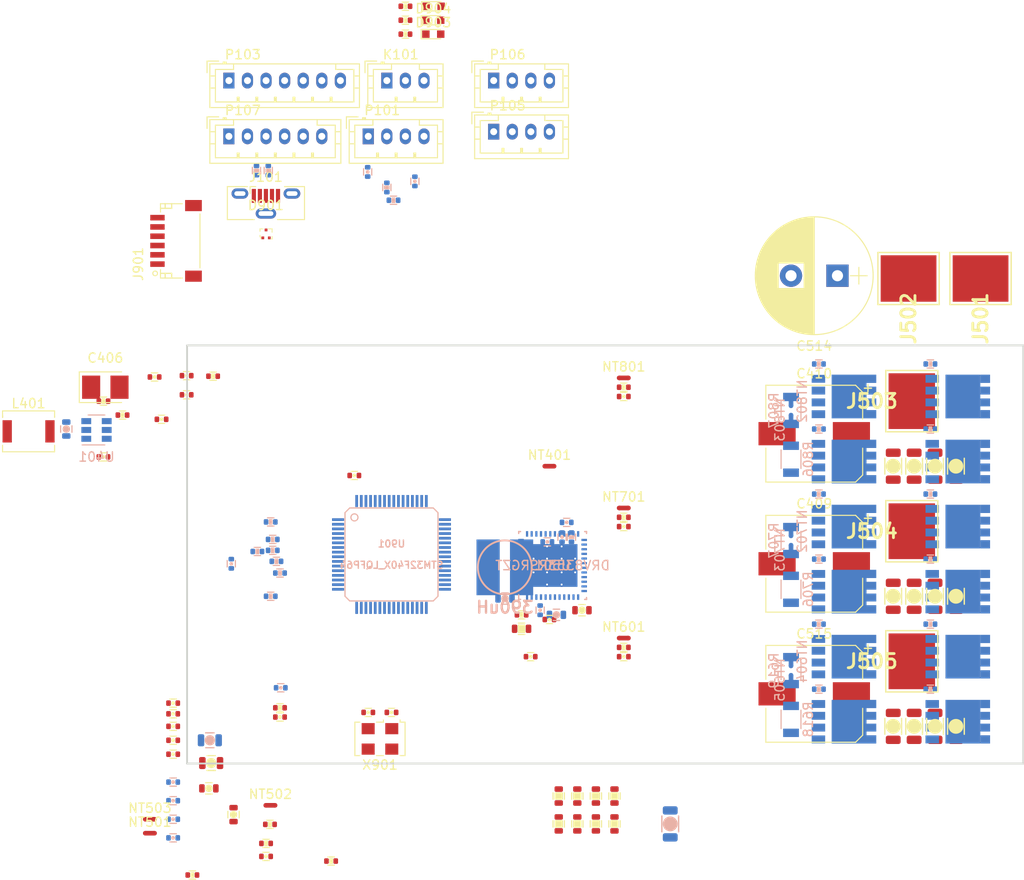
<source format=kicad_pcb>
(kicad_pcb (version 20171130) (host pcbnew "(5.1.4)-1")
  (layers (0 F.Cu signal) (1 In1.Cu power) (2 In2.Cu signal) (31 B.Cu power) (34 B.Paste user) (35 F.Paste user) (36 B.SilkS user) (37 F.SilkS user) (38 B.Mask user) (39 F.Mask user) (44 Edge.Cuts user))
  (net 0 "")
  (net 1 GND)
  (net 2 +3V3)
  (net 3 NRST)
  (net 4 +12V)
  (net 5 "Net-(J101-Pad2)")
  (net 6 "Net-(J101-Pad3)")
  (net 7 SWDIO)
  (net 8 SWCLK)
  (net 9 "Net-(K101-Pad1)")
  (net 10 "Net-(C507-Pad2)")
  (net 11 GNDD)
  (net 12 +BATT)
  (net 13 /drv_power_stage/buck_rcl)
  (net 14 "Net-(Q701-Pad2)")
  (net 15 "Net-(Q702-Pad2)")
  (net 16 "Net-(Q703-Pad2)")
  (net 17 "Net-(Q704-Pad2)")
  (net 18 "Net-(Q801-Pad2)")
  (net 19 "Net-(Q802-Pad2)")
  (net 20 "Net-(Q803-Pad2)")
  (net 21 "Net-(Q804-Pad2)")
  (net 22 GNDA)
  (net 23 /drv_power_stage/ENABLE)
  (net 24 /drv_power_stage/A_VSENSE)
  (net 25 /drv_power_stage/B_VSENSE)
  (net 26 /drv_power_stage/C_VSENSE)
  (net 27 "Net-(C201-Pad1)")
  (net 28 "Net-(C403-Pad1)")
  (net 29 "Net-(C403-Pad2)")
  (net 30 "Net-(C407-Pad2)")
  (net 31 "Net-(C505-Pad1)")
  (net 32 "Net-(C507-Pad1)")
  (net 33 "Net-(C508-Pad2)")
  (net 34 "Net-(C509-Pad1)")
  (net 35 "Net-(C510-Pad2)")
  (net 36 "Net-(C510-Pad1)")
  (net 37 "Net-(C511-Pad2)")
  (net 38 "Net-(C512-Pad2)")
  (net 39 /drv_power_stage/GDRV_VSENSE)
  (net 40 "Net-(C906-Pad1)")
  (net 41 "Net-(C908-Pad1)")
  (net 42 "Net-(D902-Pad1)")
  (net 43 "Net-(D903-Pad1)")
  (net 44 "Net-(D904-Pad1)")
  (net 45 "Net-(K101-Pad2)")
  (net 46 /drv_power_stage/3.3_IREF)
  (net 47 /drv_power_stage/PHASE_B)
  (net 48 /drv_power_stage/PHASE_C)
  (net 49 /drv_power_stage/PHASE_A)
  (net 50 "Net-(Q601-Pad2)")
  (net 51 "Net-(Q602-Pad2)")
  (net 52 "Net-(Q603-Pad2)")
  (net 53 "Net-(Q604-Pad2)")
  (net 54 "Net-(R401-Pad1)")
  (net 55 /drv_power_stage/DRV_SDO)
  (net 56 "Net-(R503-Pad2)")
  (net 57 /drv_power_stage/A_ISENSE)
  (net 58 /drv_power_stage/B_ISENSE)
  (net 59 /drv_power_stage/C_ISENSE)
  (net 60 /Microcontroller/SERVO)
  (net 61 /Microcontroller/ADC_VBUS)
  (net 62 /Microcontroller/ADC_TEMP)
  (net 63 /Microcontroller/TEMP_MOTOR)
  (net 64 /drv_power_stage/power_phase_B/PR_SENSE)
  (net 65 /drv_power_stage/power_phase_B/NR_SENSE)
  (net 66 /drv_power_stage/power_phase_C/PR_SENSE)
  (net 67 /drv_power_stage/power_phase_C/NR_SENSE)
  (net 68 /drv_power_stage/power_phase_A/PR_SENSE)
  (net 69 /drv_power_stage/power_phase_A/NR_SENSE)
  (net 70 /Microcontroller/VCAP2)
  (net 71 /Microcontroller/VCAP1)
  (net 72 /Microcontroller/USB_DM)
  (net 73 /Microcontroller/USB_DP)
  (net 74 /drv_power_stage/power_phase_B/H_SWITCH)
  (net 75 /drv_power_stage/power_phase_C/H_SWITCH)
  (net 76 /drv_power_stage/power_phase_A/H_SWITCH)
  (net 77 /CAN_tranciever/CANH)
  (net 78 /CAN_tranciever/CANL)
  (net 79 /Microcontroller/BRAKE_SW)
  (net 80 /Microcontroller/ADC_BRAKE)
  (net 81 /Microcontroller/ADC_THROTTLE)
  (net 82 /Microcontroller/USART1_RX)
  (net 83 /Microcontroller/USART1_TX)
  (net 84 /Microcontroller/SCL_2)
  (net 85 /Microcontroller/SDA_2)
  (net 86 /Microcontroller/HALL_3)
  (net 87 /Microcontroller/HALL_2)
  (net 88 /Microcontroller/HALL_1)
  (net 89 /drv_power_stage/power_phase_B/PH_GND_LOW)
  (net 90 /drv_power_stage/power_phase_C/PH_GND_LOW)
  (net 91 /drv_power_stage/power_phase_A/PH_GND_LOW)
  (net 92 /Microcontroller/FAULT)
  (net 93 /drv_power_stage/power_phase_B/H_GATE)
  (net 94 /drv_power_stage/power_phase_B/L_GATE)
  (net 95 /drv_power_stage/power_phase_C/H_GATE)
  (net 96 /drv_power_stage/power_phase_C/L_GATE)
  (net 97 /drv_power_stage/power_phase_A/H_GATE)
  (net 98 /drv_power_stage/power_phase_A/L_GATE)
  (net 99 /Microcontroller/LED_GREEN)
  (net 100 /Microcontroller/LED_RED)
  (net 101 /Microcontroller/L3)
  (net 102 /Microcontroller/H3)
  (net 103 /Microcontroller/L2)
  (net 104 /Microcontroller/H2)
  (net 105 /Microcontroller/L1)
  (net 106 /Microcontroller/H1)
  (net 107 "Net-(NT605-Pad1)")
  (net 108 "Net-(NT703-Pad1)")
  (net 109 "Net-(NT803-Pad1)")
  (net 110 "Net-(C511-Pad1)")
  (module NetTie:NetTie-2_SMD_Pad0.5mm (layer F.Cu) (at 139 113)
    (fp_text reference NT401 (at 0 -1.2) (layer F.SilkS))
    (fp_text value Net-Tie_2)
    (fp_poly (pts (xy -0.5 -0.25) (xy 0.5 -0.25) (xy 0.5 0.25) (xy -0.5 0.25)) (layer F.Cu) (width 0))
    (pad 2 smd circle (at 0.5 0) (size 0.5 0.5) (layers F.Cu) (net 110 "Net-(C511-Pad1)"))
    (pad 1 smd circle (at -0.5 0) (size 0.5 0.5) (layers F.Cu) (net 12 +BATT))
  )
  (module crf1:inductor_smd_5.8mmx4.8hmm (layer B.Cu) (at 134.199475 123.887302)
    (fp_text reference L501 hide)
    (fp_text value 390uH (at 0 4.30022) (layer B.SilkS) (effects (font (size 1.27 1.27) (thickness 0.254)) (justify mirror)))
    (pad 2 smd rect (at -1.80086 0) (size 2.49936 5.99948) (layers B.Cu B.Paste B.Mask) (net 35 "Net-(C510-Pad2)"))
    (pad 1 smd rect (at 1.80086 0) (size 2.49936 5.99948) (layers B.Cu B.Paste B.Mask) (net 38 "Net-(C512-Pad2)"))
  )
  (module crf1:1PAD_6x5mm (layer F.Cu) (at 178 134 90)
    (fp_text reference J505 (at 0 -4.3 180) (layer F.SilkS) (effects (font (size 1.524 1.524) (thickness 0.3048))))
    (fp_text value C hide)
    (pad 1 smd rect (at 0 0 90) (size 6 5) (layers F.Cu F.Paste F.Mask) (net 48 /drv_power_stage/PHASE_C))
  )
  (module crf1:1PAD_6x5mm (layer F.Cu) (at 178 120 90)
    (fp_text reference J504 (at 0 -4.3 180) (layer F.SilkS) (effects (font (size 1.524 1.524) (thickness 0.3048))))
    (fp_text value B hide)
    (pad 1 smd rect (at 0 0 90) (size 6 5) (layers F.Cu F.Paste F.Mask) (net 47 /drv_power_stage/PHASE_B))
  )
  (module crf1:1PAD_6x5mm (layer F.Cu) (at 178 106 90)
    (fp_text reference J503 (at 0 -4.3 180) (layer F.SilkS) (effects (font (size 1.524 1.524) (thickness 0.3048))))
    (fp_text value A hide)
    (pad 1 smd rect (at 0 0 90) (size 6 5) (layers F.Cu F.Paste F.Mask) (net 49 /drv_power_stage/PHASE_A))
  )
  (module crf1:1PAD_6x5mm (layer F.Cu) (at 177.65 92.8 180)
    (fp_text reference J502 (at 0 -4.3 270) (layer F.SilkS) (effects (font (size 1.524 1.524) (thickness 0.3048))))
    (fp_text value Gnd hide)
    (pad 1 smd rect (at 0 0 180) (size 6 5) (layers F.Cu F.Paste F.Mask) (net 1 GND))
  )
  (module crf1:1PAD_6x5mm (layer F.Cu) (at 185.4 92.8 180)
    (fp_text reference J501 (at 0 -4.3 270) (layer F.SilkS) (effects (font (size 1.524 1.524) (thickness 0.3048))))
    (fp_text value +Vbat hide)
    (pad 1 smd rect (at 0 0 180) (size 6 5) (layers F.Cu F.Paste F.Mask) (net 12 +BATT))
  )
  (module Capacitors_SMD:CP_Elec_10x10.5 (layer F.Cu) (at 167.5 137.5 180)
    (fp_text reference C515 (at 0 6.46) (layer F.SilkS))
    (fp_text value 20uF)
    (fp_text user + (at -5.78 4.97) (layer F.SilkS))
    (pad 1 smd rect (at -4 0) (size 4 2.5) (layers F.Cu F.Paste F.Mask) (net 12 +BATT))
    (pad 2 smd rect (at 4 0) (size 4 2.5) (layers F.Cu F.Paste F.Mask) (net 1 GND))
  )
  (module pkl_dipol:C_0402 (layer F.Cu) (at 136.975 133.5)
    (fp_text reference C506)
    (fp_text value 0.1uF)
    (pad 2 smd roundrect (at 0.5 0) (size 0.5 0.6) (layers F.Cu F.Paste F.Mask) (net 22 GNDA))
    (pad 1 smd roundrect (at -0.5 0) (size 0.5 0.6) (layers F.Cu F.Paste F.Mask) (net 46 /drv_power_stage/3.3_IREF))
  )
  (module pkl_dipol:C_0603 (layer B.Cu) (at 134.218474 127.243303)
    (fp_text reference C504)
    (fp_text value 0.1uF)
    (pad 2 smd roundrect (at 0.75 0) (size 0.6 0.9) (layers B.Cu B.Paste B.Mask) (net 11 GNDD))
    (pad 1 smd roundrect (at -0.75 0) (size 0.6 0.9) (layers B.Cu B.Paste B.Mask) (net 12 +BATT))
  )
  (module Capacitors_SMD:CP_Elec_10x10.5 (layer F.Cu) (at 167.5 109.5 180)
    (fp_text reference C410 (at 0 6.46) (layer F.SilkS))
    (fp_text value 20uF)
    (fp_text user + (at -5.78 4.97) (layer F.SilkS))
    (pad 1 smd rect (at -4 0) (size 4 2.5) (layers F.Cu F.Paste F.Mask) (net 12 +BATT))
    (pad 2 smd rect (at 4 0) (size 4 2.5) (layers F.Cu F.Paste F.Mask) (net 1 GND))
  )
  (module Capacitors_SMD:CP_Elec_10x10.5 (layer F.Cu) (at 167.5 123.5 180)
    (fp_text reference C409 (at 0 6.46) (layer F.SilkS))
    (fp_text value 20uF)
    (fp_text user + (at -5.78 4.97) (layer F.SilkS))
    (pad 1 smd rect (at -4 0) (size 4 2.5) (layers F.Cu F.Paste F.Mask) (net 12 +BATT))
    (pad 2 smd rect (at 4 0) (size 4 2.5) (layers F.Cu F.Paste F.Mask) (net 1 GND))
  )
  (module pkl_dipol:R_0402 (layer F.Cu) (at 93.05 107.5)
    (fp_text reference R403)
    (fp_text value "10k 0.1%")
    (pad 2 smd roundrect (at 0.5 0) (size 0.5 0.6) (layers F.Cu F.Paste F.Mask) (net 1 GND))
    (pad 1 smd roundrect (at -0.5 0) (size 0.5 0.6) (layers F.Cu F.Paste F.Mask) (net 30 "Net-(C407-Pad2)"))
  )
  (module pkl_dipol:R_0402 (layer F.Cu) (at 102.8 103.315)
    (fp_text reference R402)
    (fp_text value "R33.2k 0.1%")
    (pad 2 smd roundrect (at 0.5 0) (size 0.5 0.6) (layers F.Cu F.Paste F.Mask) (net 30 "Net-(C407-Pad2)"))
    (pad 1 smd roundrect (at -0.5 0) (size 0.5 0.6) (layers F.Cu F.Paste F.Mask) (net 2 +3V3))
  )
  (module pkl_dipol:R_0402 (layer F.Cu) (at 91 106 180)
    (fp_text reference R401)
    (fp_text value 1k)
    (pad 2 smd roundrect (at 0.5 0 180) (size 0.5 0.6) (layers F.Cu F.Paste F.Mask) (net 4 +12V))
    (pad 1 smd roundrect (at -0.5 0 180) (size 0.5 0.6) (layers F.Cu F.Paste F.Mask) (net 54 "Net-(R401-Pad1)"))
  )
  (module Inductors_SMD:L_Neosid_Ms42 (layer F.Cu) (at 82.94 109.25)
    (fp_text reference L401 (at 0 -3) (layer F.SilkS))
    (fp_text value 3.3uH)
    (pad 1 smd rect (at -2.3 0) (size 1 2.4) (layers F.Cu F.Paste F.Mask) (net 2 +3V3))
    (pad 2 smd rect (at 2.3 0) (size 1 2.4) (layers F.Cu F.Paste F.Mask) (net 28 "Net-(C403-Pad1)"))
  )
  (module pkl_dipol:C_0402 (layer F.Cu) (at 110 140)
    (fp_text reference C408)
    (fp_text value 100nf)
    (pad 2 smd roundrect (at 0.5 0) (size 0.5 0.6) (layers F.Cu F.Paste F.Mask) (net 22 GNDA))
    (pad 1 smd roundrect (at -0.5 0) (size 0.5 0.6) (layers F.Cu F.Paste F.Mask) (net 62 /Microcontroller/ADC_TEMP))
  )
  (module pkl_dipol:C_0402 (layer F.Cu) (at 97.25 107.955)
    (fp_text reference C407)
    (fp_text value NP)
    (pad 2 smd roundrect (at 0.5 0) (size 0.5 0.6) (layers F.Cu F.Paste F.Mask) (net 30 "Net-(C407-Pad2)"))
    (pad 1 smd roundrect (at -0.5 0) (size 0.5 0.6) (layers F.Cu F.Paste F.Mask) (net 2 +3V3))
  )
  (module pkl_dipol:C_0402 (layer F.Cu) (at 96.5 103.4)
    (fp_text reference C405)
    (fp_text value 2.2uf)
    (pad 2 smd roundrect (at 0.5 0) (size 0.5 0.6) (layers F.Cu F.Paste F.Mask) (net 1 GND))
    (pad 1 smd roundrect (at -0.5 0) (size 0.5 0.6) (layers F.Cu F.Paste F.Mask) (net 2 +3V3))
  )
  (module pkl_dipol:C_0402 (layer F.Cu) (at 99.95 105.315)
    (fp_text reference C404)
    (fp_text value 100nf)
    (pad 2 smd roundrect (at 0.5 0) (size 0.5 0.6) (layers F.Cu F.Paste F.Mask) (net 1 GND))
    (pad 1 smd roundrect (at -0.5 0) (size 0.5 0.6) (layers F.Cu F.Paste F.Mask) (net 2 +3V3))
  )
  (module pkl_dipol:C_0402 (layer F.Cu) (at 91 112)
    (fp_text reference C403)
    (fp_text value 100nf)
    (pad 2 smd roundrect (at 0.5 0) (size 0.5 0.6) (layers F.Cu F.Paste F.Mask) (net 29 "Net-(C403-Pad2)"))
    (pad 1 smd roundrect (at -0.5 0) (size 0.5 0.6) (layers F.Cu F.Paste F.Mask) (net 28 "Net-(C403-Pad1)"))
  )
  (module pkl_dipol:C_0402 (layer F.Cu) (at 99.95 103.255)
    (fp_text reference C402)
    (fp_text value 100nf)
    (pad 2 smd roundrect (at 0.5 0) (size 0.5 0.6) (layers F.Cu F.Paste F.Mask) (net 1 GND))
    (pad 1 smd roundrect (at -0.5 0) (size 0.5 0.6) (layers F.Cu F.Paste F.Mask) (net 4 +12V))
  )
  (module pkl_dipol:C_0603 (layer B.Cu) (at 87 109 270)
    (fp_text reference C401)
    (fp_text value 2.2uf)
    (pad 2 smd roundrect (at 0.75 0 270) (size 0.6 0.9) (layers B.Cu B.Paste B.Mask) (net 1 GND))
    (pad 1 smd roundrect (at -0.75 0 270) (size 0.6 0.9) (layers B.Cu B.Paste B.Mask) (net 4 +12V))
  )
  (module Connectors_JST:JST_PH_B4B-PH-K_04x2.00mm_Straight (layer F.Cu) (at 133 71.5)
    (fp_text reference P106 (at 1.5 -2.8) (layer F.SilkS))
    (fp_text value I2C)
    (pad 1 thru_hole rect (at 0 0) (size 1.2 1.7) (drill 0.75) (layers *.Cu *.Mask) (net 84 /Microcontroller/SCL_2))
    (pad 2 thru_hole oval (at 2 0) (size 1.2 1.7) (drill 0.75) (layers *.Cu *.Mask) (net 85 /Microcontroller/SDA_2))
    (pad 3 thru_hole oval (at 4 0) (size 1.2 1.7) (drill 0.75) (layers *.Cu *.Mask) (net 2 +3V3))
    (pad 4 thru_hole oval (at 6 0) (size 1.2 1.7) (drill 0.75) (layers *.Cu *.Mask) (net 1 GND))
  )
  (module Resistors_SMD:R_1206 (layer B.Cu) (at 165 107 270)
    (fp_text reference R807 (at 0 1.85 90) (layer B.SilkS) (effects (justify mirror)))
    (fp_text value 1mΩ)
    (pad 1 smd rect (at -1.45 0 270) (size 0.9 1.7) (layers B.Cu B.Paste B.Mask) (net 91 /drv_power_stage/power_phase_A/PH_GND_LOW))
    (pad 2 smd rect (at 1.45 0 270) (size 0.9 1.7) (layers B.Cu B.Paste B.Mask) (net 11 GNDD))
  )
  (module Resistors_SMD:R_1206 (layer B.Cu) (at 165 112.25 90)
    (fp_text reference R806 (at 0 1.85 90) (layer B.SilkS) (effects (justify mirror)))
    (fp_text value 1mΩ)
    (pad 1 smd rect (at -1.45 0 90) (size 0.9 1.7) (layers B.Cu B.Paste B.Mask) (net 91 /drv_power_stage/power_phase_A/PH_GND_LOW))
    (pad 2 smd rect (at 1.45 0 90) (size 0.9 1.7) (layers B.Cu B.Paste B.Mask) (net 11 GNDD))
  )
  (module Resistors_SMD:R_1206 (layer B.Cu) (at 165 121 270)
    (fp_text reference R707 (at 0 1.85 270) (layer B.SilkS) (effects (justify mirror)))
    (fp_text value 1mΩ)
    (pad 1 smd rect (at -1.45 0 270) (size 0.9 1.7) (layers B.Cu B.Paste B.Mask) (net 90 /drv_power_stage/power_phase_C/PH_GND_LOW))
    (pad 2 smd rect (at 1.45 0 270) (size 0.9 1.7) (layers B.Cu B.Paste B.Mask) (net 11 GNDD))
  )
  (module Resistors_SMD:R_1206 (layer B.Cu) (at 165 126.25 90)
    (fp_text reference R706 (at 0 1.85 90) (layer B.SilkS) (effects (justify mirror)))
    (fp_text value 1mΩ)
    (pad 1 smd rect (at -1.45 0 90) (size 0.9 1.7) (layers B.Cu B.Paste B.Mask) (net 90 /drv_power_stage/power_phase_C/PH_GND_LOW))
    (pad 2 smd rect (at 1.45 0 90) (size 0.9 1.7) (layers B.Cu B.Paste B.Mask) (net 11 GNDD))
  )
  (module Resistors_SMD:R_1206 (layer B.Cu) (at 165 135 270)
    (fp_text reference R619 (at 0 1.85 270) (layer B.SilkS) (effects (justify mirror)))
    (fp_text value 1mΩ)
    (pad 1 smd rect (at -1.45 0 270) (size 0.9 1.7) (layers B.Cu B.Paste B.Mask) (net 89 /drv_power_stage/power_phase_B/PH_GND_LOW))
    (pad 2 smd rect (at 1.45 0 270) (size 0.9 1.7) (layers B.Cu B.Paste B.Mask) (net 11 GNDD))
  )
  (module Resistors_SMD:R_1206 (layer B.Cu) (at 165 140.25 90)
    (fp_text reference R618 (at 0 1.85 90) (layer B.SilkS) (effects (justify mirror)))
    (fp_text value 1mΩ)
    (pad 1 smd rect (at -1.45 0 90) (size 0.9 1.7) (layers B.Cu B.Paste B.Mask) (net 89 /drv_power_stage/power_phase_B/PH_GND_LOW))
    (pad 2 smd rect (at 1.45 0 90) (size 0.9 1.7) (layers B.Cu B.Paste B.Mask) (net 11 GNDD))
  )
  (module NetTie:NetTie-2_SMD_Pad0.5mm (layer B.Cu) (at 165 108 270)
    (fp_text reference NT803 (at 0 1.2 270) (layer B.SilkS) (effects (justify mirror)))
    (fp_text value Net-Tie_2)
    (fp_poly (pts (xy -0.5 0.25) (xy 0.5 0.25) (xy 0.5 -0.25) (xy -0.5 -0.25)) (layer B.Cu) (width 0))
    (pad 2 smd circle (at 0.5 0 270) (size 0.5 0.5) (layers B.Cu) (net 11 GNDD))
    (pad 1 smd circle (at -0.5 0 270) (size 0.5 0.5) (layers B.Cu) (net 109 "Net-(NT803-Pad1)"))
  )
  (module NetTie:NetTie-2_SMD_Pad0.5mm (layer B.Cu) (at 165 106 90)
    (fp_text reference NT802 (at 0 1.2 270) (layer B.SilkS) (effects (justify mirror)))
    (fp_text value Net-Tie_2)
    (fp_poly (pts (xy -0.5 0.25) (xy 0.5 0.25) (xy 0.5 -0.25) (xy -0.5 -0.25)) (layer B.Cu) (width 0))
    (pad 2 smd circle (at 0.5 0 90) (size 0.5 0.5) (layers B.Cu) (net 91 /drv_power_stage/power_phase_A/PH_GND_LOW))
    (pad 1 smd circle (at -0.5 0 90) (size 0.5 0.5) (layers B.Cu) (net 68 /drv_power_stage/power_phase_A/PR_SENSE))
  )
  (module NetTie:NetTie-2_SMD_Pad0.5mm (layer B.Cu) (at 165 122 270)
    (fp_text reference NT703 (at 0 1.2 270) (layer B.SilkS) (effects (justify mirror)))
    (fp_text value Net-Tie_2)
    (fp_poly (pts (xy -0.5 0.25) (xy 0.5 0.25) (xy 0.5 -0.25) (xy -0.5 -0.25)) (layer B.Cu) (width 0))
    (pad 2 smd circle (at 0.5 0 270) (size 0.5 0.5) (layers B.Cu) (net 11 GNDD))
    (pad 1 smd circle (at -0.5 0 270) (size 0.5 0.5) (layers B.Cu) (net 108 "Net-(NT703-Pad1)"))
  )
  (module NetTie:NetTie-2_SMD_Pad0.5mm (layer B.Cu) (at 165 120 90)
    (fp_text reference NT702 (at 0 1.2 90) (layer B.SilkS) (effects (justify mirror)))
    (fp_text value Net-Tie_2)
    (fp_poly (pts (xy -0.5 0.25) (xy 0.5 0.25) (xy 0.5 -0.25) (xy -0.5 -0.25)) (layer B.Cu) (width 0))
    (pad 2 smd circle (at 0.5 0 90) (size 0.5 0.5) (layers B.Cu) (net 90 /drv_power_stage/power_phase_C/PH_GND_LOW))
    (pad 1 smd circle (at -0.5 0 90) (size 0.5 0.5) (layers B.Cu) (net 66 /drv_power_stage/power_phase_C/PR_SENSE))
  )
  (module NetTie:NetTie-2_SMD_Pad0.5mm (layer B.Cu) (at 165 136 270)
    (fp_text reference NT605 (at 0 1.2 270) (layer B.SilkS) (effects (justify mirror)))
    (fp_text value Net-Tie_2)
    (fp_poly (pts (xy -0.5 0.25) (xy 0.5 0.25) (xy 0.5 -0.25) (xy -0.5 -0.25)) (layer B.Cu) (width 0))
    (pad 2 smd circle (at 0.5 0 270) (size 0.5 0.5) (layers B.Cu) (net 11 GNDD))
    (pad 1 smd circle (at -0.5 0 270) (size 0.5 0.5) (layers B.Cu) (net 107 "Net-(NT605-Pad1)"))
  )
  (module NetTie:NetTie-2_SMD_Pad0.5mm (layer B.Cu) (at 165 134 90)
    (fp_text reference NT604 (at 0 1.2 90) (layer B.SilkS) (effects (justify mirror)))
    (fp_text value Net-Tie_2)
    (fp_poly (pts (xy -0.5 0.25) (xy 0.5 0.25) (xy 0.5 -0.25) (xy -0.5 -0.25)) (layer B.Cu) (width 0))
    (pad 2 smd circle (at 0.5 0 90) (size 0.5 0.5) (layers B.Cu) (net 89 /drv_power_stage/power_phase_B/PH_GND_LOW))
    (pad 1 smd circle (at -0.5 0 90) (size 0.5 0.5) (layers B.Cu) (net 64 /drv_power_stage/power_phase_B/PR_SENSE))
  )
  (module pkl_dipol:R_0402 (layer B.Cu) (at 168 109 180)
    (fp_text reference R805)
    (fp_text value 5Ω)
    (pad 1 smd roundrect (at -0.5 0 180) (size 0.5 0.6) (layers B.Cu B.Paste B.Mask) (net 21 "Net-(Q804-Pad2)"))
    (pad 2 smd roundrect (at 0.5 0 180) (size 0.5 0.6) (layers B.Cu B.Paste B.Mask) (net 98 /drv_power_stage/power_phase_A/L_GATE))
  )
  (module Capacitors_THT:CP_Radial_D12.5mm_P5.00mm (layer F.Cu) (at 170 92.5 180)
    (fp_text reference C514 (at 2.5 -7.56) (layer F.SilkS))
    (fp_text value 560uF)
    (pad 1 thru_hole rect (at 0 0 180) (size 2.4 2.4) (drill 1.2) (layers *.Cu *.Mask) (net 12 +BATT))
    (pad 2 thru_hole circle (at 5 0 180) (size 2.4 2.4) (drill 1.2) (layers *.Cu *.Mask) (net 1 GND))
  )
  (module Oscillators:Oscillator_SMD_EuroQuartz_XO53-4pin_5.0x3.2mm (layer F.Cu) (at 120.76 142.35 180)
    (fp_text reference X901 (at 0 -2.8) (layer F.SilkS))
    (fp_text value "8MHz 10ppm")
    (pad 1 smd rect (at -1.27 1.1 180) (size 1.4 1.2) (layers F.Cu F.Paste F.Mask) (net 40 "Net-(C906-Pad1)"))
    (pad 2 smd rect (at 1.27 1.1 180) (size 1.4 1.2) (layers F.Cu F.Paste F.Mask) (net 41 "Net-(C908-Pad1)"))
    (pad 3 smd rect (at 1.27 -1.1 180) (size 1.4 1.2) (layers F.Cu F.Paste F.Mask) (net 1 GND))
    (pad 4 smd rect (at -1.27 -1.1 180) (size 1.4 1.2) (layers F.Cu F.Paste F.Mask))
  )
  (module crf1:lqfp64_pad_mod (layer B.Cu) (at 122 122.5)
    (fp_text reference U901 (at 0 -1.143) (layer B.SilkS) (effects (font (size 0.7493 0.7493) (thickness 0.14986)) (justify mirror)))
    (fp_text value STM32F40X_LQFP64 (at 0 1.143) (layer B.SilkS) (effects (font (size 0.7493 0.7493) (thickness 0.14986)) (justify mirror)))
    (pad 64 smd rect (at -5.75056 -3.74904) (size 1.30048 0.3) (layers B.Cu B.Paste B.Mask) (net 2 +3V3))
    (pad 63 smd rect (at -5.75056 -3.2512) (size 1.30048 0.3) (layers B.Cu B.Paste B.Mask) (net 1 GND))
    (pad 62 smd rect (at -5.75056 -2.75082) (size 1.30048 0.3) (layers B.Cu B.Paste B.Mask))
    (pad 61 smd rect (at -5.75056 -2.25044) (size 1.30048 0.3) (layers B.Cu B.Paste B.Mask))
    (pad 60 smd rect (at -5.75056 -1.75006) (size 1.30048 0.3) (layers B.Cu B.Paste B.Mask) (net 1 GND))
    (pad 48 smd rect (at -3.74904 5.75056) (size 0.3 1.30048) (layers B.Cu B.Paste B.Mask) (net 2 +3V3))
    (pad 47 smd rect (at -3.2512 5.75056) (size 0.3 1.30048) (layers B.Cu B.Paste B.Mask) (net 70 /Microcontroller/VCAP2))
    (pad 46 smd rect (at -2.75082 5.75056) (size 0.3 1.30048) (layers B.Cu B.Paste B.Mask) (net 7 SWDIO))
    (pad 45 smd rect (at -2.25044 5.75056) (size 0.3 1.30048) (layers B.Cu B.Paste B.Mask) (net 73 /Microcontroller/USB_DP))
    (pad 44 smd rect (at -1.75006 5.75056) (size 0.3 1.30048) (layers B.Cu B.Paste B.Mask) (net 72 /Microcontroller/USB_DM))
    (pad 32 smd rect (at 5.75056 3.74904) (size 1.30048 0.3) (layers B.Cu B.Paste B.Mask) (net 2 +3V3))
    (pad 31 smd rect (at 5.75056 3.2512) (size 1.30048 0.3) (layers B.Cu B.Paste B.Mask) (net 71 /Microcontroller/VCAP1))
    (pad 30 smd rect (at 5.75056 2.75082) (size 1.30048 0.3) (layers B.Cu B.Paste B.Mask) (net 85 /Microcontroller/SDA_2))
    (pad 29 smd rect (at 5.75056 2.25044) (size 1.30048 0.3) (layers B.Cu B.Paste B.Mask) (net 84 /Microcontroller/SCL_2))
    (pad 28 smd rect (at 5.75056 1.75006) (size 1.30048 0.3) (layers B.Cu B.Paste B.Mask))
    (pad 16 smd rect (at 3.74904 -5.75056) (size 0.3 1.30048) (layers B.Cu B.Paste B.Mask) (net 26 /drv_power_stage/C_VSENSE))
    (pad 15 smd rect (at 3.2512 -5.75056) (size 0.3 1.30048) (layers B.Cu B.Paste B.Mask) (net 25 /drv_power_stage/B_VSENSE))
    (pad 14 smd rect (at 2.75082 -5.75056) (size 0.3 1.30048) (layers B.Cu B.Paste B.Mask) (net 24 /drv_power_stage/A_VSENSE))
    (pad 13 smd rect (at 2.25044 -5.75056) (size 0.3 1.30048) (layers B.Cu B.Paste B.Mask) (net 2 +3V3))
    (pad 12 smd rect (at 1.75006 -5.75056) (size 0.3 1.30048) (layers B.Cu B.Paste B.Mask) (net 22 GNDA))
    (pad 59 smd rect (at -5.75056 -1.24968) (size 1.30048 0.3) (layers B.Cu B.Paste B.Mask) (net 82 /Microcontroller/USART1_RX))
    (pad 58 smd rect (at -5.75056 -0.7493) (size 1.30048 0.3) (layers B.Cu B.Paste B.Mask) (net 83 /Microcontroller/USART1_TX))
    (pad 57 smd rect (at -5.75056 -0.24892) (size 1.30048 0.3) (layers B.Cu B.Paste B.Mask) (net 79 /Microcontroller/BRAKE_SW))
    (pad 43 smd rect (at -1.24968 5.75056) (size 0.3 1.30048) (layers B.Cu B.Paste B.Mask) (net 102 /Microcontroller/H3))
    (pad 42 smd rect (at -0.7493 5.75056) (size 0.3 1.30048) (layers B.Cu B.Paste B.Mask) (net 104 /Microcontroller/H2))
    (pad 41 smd rect (at -0.24892 5.75056) (size 0.3 1.30048) (layers B.Cu B.Paste B.Mask) (net 106 /Microcontroller/H1))
    (pad 27 smd rect (at 5.75056 1.24968) (size 1.30048 0.3) (layers B.Cu B.Paste B.Mask) (net 80 /Microcontroller/ADC_BRAKE))
    (pad 26 smd rect (at 5.75056 0.7493) (size 1.30048 0.3) (layers B.Cu B.Paste B.Mask) (net 81 /Microcontroller/ADC_THROTTLE))
    (pad 25 smd rect (at 5.75056 0.24892) (size 1.30048 0.3) (layers B.Cu B.Paste B.Mask) (net 63 /Microcontroller/TEMP_MOTOR))
    (pad 11 smd rect (at 1.24968 -5.75056) (size 0.3 1.30048) (layers B.Cu B.Paste B.Mask) (net 61 /Microcontroller/ADC_VBUS))
    (pad 10 smd rect (at 0.7493 -5.75056) (size 0.3 1.30048) (layers B.Cu B.Paste B.Mask) (net 59 /drv_power_stage/C_ISENSE))
    (pad 9 smd rect (at 0.24892 -5.75056) (size 0.3 1.30048) (layers B.Cu B.Paste B.Mask) (net 58 /drv_power_stage/B_ISENSE))
    (pad 56 smd rect (at -5.75056 0.24892) (size 1.30048 0.3) (layers B.Cu B.Paste B.Mask))
    (pad 55 smd rect (at -5.75056 0.7493) (size 1.30048 0.3) (layers B.Cu B.Paste B.Mask))
    (pad 54 smd rect (at -5.75056 1.24968) (size 1.30048 0.3) (layers B.Cu B.Paste B.Mask))
    (pad 53 smd rect (at -5.75056 1.75006) (size 1.30048 0.3) (layers B.Cu B.Paste B.Mask))
    (pad 52 smd rect (at -5.75056 2.25044) (size 1.30048 0.3) (layers B.Cu B.Paste B.Mask))
    (pad 51 smd rect (at -5.75056 2.75082) (size 1.30048 0.3) (layers B.Cu B.Paste B.Mask))
    (pad 50 smd rect (at -5.75056 3.2512) (size 1.30048 0.3) (layers B.Cu B.Paste B.Mask))
    (pad 49 smd rect (at -5.75056 3.74904) (size 1.30048 0.3) (layers B.Cu B.Paste B.Mask) (net 8 SWCLK))
    (pad 40 smd rect (at 0.24892 5.75056) (size 0.3 1.30048) (layers B.Cu B.Paste B.Mask) (net 23 /drv_power_stage/ENABLE))
    (pad 39 smd rect (at 0.7493 5.75056) (size 0.3 1.30048) (layers B.Cu B.Paste B.Mask) (net 86 /Microcontroller/HALL_3))
    (pad 38 smd rect (at 1.24968 5.75056) (size 0.3 1.30048) (layers B.Cu B.Paste B.Mask) (net 87 /Microcontroller/HALL_2))
    (pad 37 smd rect (at 1.75006 5.75056) (size 0.3 1.30048) (layers B.Cu B.Paste B.Mask) (net 88 /Microcontroller/HALL_1))
    (pad 36 smd rect (at 2.25044 5.75056) (size 0.3 1.30048) (layers B.Cu B.Paste B.Mask) (net 101 /Microcontroller/L3))
    (pad 35 smd rect (at 2.75082 5.75056) (size 0.3 1.30048) (layers B.Cu B.Paste B.Mask) (net 103 /Microcontroller/L2))
    (pad 34 smd rect (at 3.2512 5.75056) (size 0.3 1.30048) (layers B.Cu B.Paste B.Mask) (net 105 /Microcontroller/L1))
    (pad 33 smd rect (at 3.74904 5.75056) (size 0.3 1.30048) (layers B.Cu B.Paste B.Mask) (net 92 /Microcontroller/FAULT))
    (pad 24 smd rect (at 5.75056 -0.24892) (size 1.30048 0.3) (layers B.Cu B.Paste B.Mask) (net 62 /Microcontroller/ADC_TEMP))
    (pad 23 smd rect (at 5.75056 -0.7493) (size 1.30048 0.3) (layers B.Cu B.Paste B.Mask))
    (pad 22 smd rect (at 5.75056 -1.24968) (size 1.30048 0.3) (layers B.Cu B.Paste B.Mask))
    (pad 21 smd rect (at 5.75056 -1.75006) (size 1.30048 0.3) (layers B.Cu B.Paste B.Mask))
    (pad 20 smd rect (at 5.75056 -2.25044) (size 1.30048 0.3) (layers B.Cu B.Paste B.Mask))
    (pad 19 smd rect (at 5.75056 -2.75082) (size 1.30048 0.3) (layers B.Cu B.Paste B.Mask) (net 2 +3V3))
    (pad 18 smd rect (at 5.75056 -3.2512) (size 1.30048 0.3) (layers B.Cu B.Paste B.Mask) (net 1 GND))
    (pad 17 smd rect (at 5.75056 -3.74904) (size 1.30048 0.3) (layers B.Cu B.Paste B.Mask) (net 60 /Microcontroller/SERVO))
    (pad 3 smd rect (at -2.75082 -5.75056) (size 0.3 1.30048) (layers B.Cu B.Paste B.Mask) (net 99 /Microcontroller/LED_GREEN))
    (pad 2 smd rect (at -3.2512 -5.75056) (size 0.3 1.30048) (layers B.Cu B.Paste B.Mask))
    (pad 1 smd rect (at -3.74904 -5.75056) (size 0.3 1.30048) (layers B.Cu B.Paste B.Mask) (net 2 +3V3))
    (pad 8 smd rect (at -0.24892 -5.75056) (size 0.3 1.30048) (layers B.Cu B.Paste B.Mask) (net 57 /drv_power_stage/A_ISENSE))
    (pad 7 smd rect (at -0.7493 -5.75056) (size 0.3 1.30048) (layers B.Cu B.Paste B.Mask) (net 3 NRST))
    (pad 6 smd rect (at -1.24968 -5.75056) (size 0.3 1.30048) (layers B.Cu B.Paste B.Mask) (net 41 "Net-(C908-Pad1)"))
    (pad 5 smd rect (at -1.75006 -5.75056) (size 0.3 1.30048) (layers B.Cu B.Paste B.Mask) (net 40 "Net-(C906-Pad1)"))
    (pad 4 smd rect (at -2.25044 -5.75056) (size 0.3 1.30048) (layers B.Cu B.Paste B.Mask) (net 100 /Microcontroller/LED_RED))
  )
  (module Locals:DRV8353RHRGZR (layer B.Cu) (at 139.340474 123.687303)
    (fp_text reference U501 (at 0 0) (layer B.SilkS) (effects (justify mirror)))
    (fp_text value DRV8353RSRGZT (at 0 0) (layer B.SilkS) (effects (justify mirror)))
    (fp_text user * (at 0 0) (layer B.SilkS) (effects (justify mirror)))
    (pad 49 thru_hole circle (at 0.973 2.050001) (size 0.499999 0.499999) (drill 0.2032) (layers *.Cu *.Mask) (net 11 GNDD))
    (pad 49 thru_hole circle (at -0.596999 2.050001) (size 0.499999 0.499999) (drill 0.2032) (layers *.Cu *.Mask) (net 11 GNDD))
    (pad 49 thru_hole circle (at 0.973 0.740001) (size 0.499999 0.499999) (drill 0.2032) (layers *.Cu *.Mask) (net 11 GNDD))
    (pad 49 thru_hole circle (at 0.973 -0.740001) (size 0.499999 0.499999) (drill 0.2032) (layers *.Cu *.Mask) (net 11 GNDD))
    (pad 49 thru_hole circle (at 0.973 -2.050001) (size 0.499999 0.499999) (drill 0.2032) (layers *.Cu *.Mask) (net 11 GNDD))
    (pad 49 thru_hole circle (at 2.426 0.740001) (size 0.499999 0.499999) (drill 0.2032) (layers *.Cu *.Mask) (net 11 GNDD))
    (pad 49 thru_hole circle (at 2.426 -0.740001) (size 0.499999 0.499999) (drill 0.2032) (layers *.Cu *.Mask) (net 11 GNDD))
    (pad 49 thru_hole circle (at -0.596999 0.740001) (size 0.499999 0.499999) (drill 0.2032) (layers *.Cu *.Mask) (net 11 GNDD))
    (pad 49 thru_hole circle (at -0.596999 -0.740001) (size 0.499999 0.499999) (drill 0.2032) (layers *.Cu *.Mask) (net 11 GNDD))
    (pad 49 thru_hole circle (at -0.596999 -2.050001) (size 0.499999 0.499999) (drill 0.2032) (layers *.Cu *.Mask) (net 11 GNDD))
    (pad 49 thru_hole circle (at -2.050001 -0.740001) (size 0.499999 0.499999) (drill 0.2032) (layers *.Cu *.Mask) (net 11 GNDD))
    (pad 49 thru_hole circle (at -2.050001 0.740001) (size 0.499999 0.499999) (drill 0.2032) (layers *.Cu *.Mask) (net 11 GNDD))
    (pad 49 smd rect (at 0.188001 0) (size 4.974999 4.600001) (layers B.Cu B.Mask) (net 11 GNDD))
    (pad 48 smd rect (at -2.75 3.400001) (size 0.24 0.599999) (layers B.Cu B.Paste B.Mask) (net 39 /drv_power_stage/GDRV_VSENSE))
    (pad 47 smd rect (at -2.250001 3.400001) (size 0.24 0.599999) (layers B.Cu B.Paste B.Mask) (net 56 "Net-(R503-Pad2)"))
    (pad 46 smd rect (at -1.749999 3.400001) (size 0.24 0.599999) (layers B.Cu B.Paste B.Mask) (net 13 /drv_power_stage/buck_rcl))
    (pad 45 smd rect (at -1.25 3.400001) (size 0.24 0.599999) (layers B.Cu B.Paste B.Mask) (net 36 "Net-(C510-Pad1)"))
    (pad 44 smd rect (at -0.749998 3.400001) (size 0.24 0.599999) (layers B.Cu B.Paste B.Mask) (net 31 "Net-(C505-Pad1)"))
    (pad 43 smd rect (at -0.25 3.400001) (size 0.24 0.599999) (layers B.Cu B.Paste B.Mask) (net 12 +BATT))
    (pad 42 smd rect (at 0.25 3.400001) (size 0.24 0.599999) (layers B.Cu B.Paste B.Mask) (net 35 "Net-(C510-Pad2)"))
    (pad 41 smd rect (at 0.750001 3.400001) (size 0.24 0.599999) (layers B.Cu B.Paste B.Mask) (net 1 GND))
    (pad 40 smd rect (at 1.25 3.400001) (size 0.24 0.599999) (layers B.Cu B.Paste B.Mask) (net 34 "Net-(C509-Pad1)"))
    (pad 39 smd rect (at 1.750002 3.400001) (size 0.24 0.599999) (layers B.Cu B.Paste B.Mask) (net 101 /Microcontroller/L3))
    (pad 38 smd rect (at 2.250001 3.400001) (size 0.24 0.599999) (layers B.Cu B.Paste B.Mask) (net 102 /Microcontroller/H3))
    (pad 37 smd rect (at 2.75 3.400001) (size 0.24 0.599999) (layers B.Cu B.Paste B.Mask) (net 103 /Microcontroller/L2))
    (pad 36 smd rect (at 3.400001 2.75 270) (size 0.24 0.599999) (layers B.Cu B.Paste B.Mask) (net 104 /Microcontroller/H2))
    (pad 35 smd rect (at 3.400001 2.250001 270) (size 0.24 0.599999) (layers B.Cu B.Paste B.Mask) (net 105 /Microcontroller/L1))
    (pad 34 smd rect (at 3.400001 1.749999 270) (size 0.24 0.599999) (layers B.Cu B.Paste B.Mask) (net 106 /Microcontroller/H1))
    (pad 33 smd rect (at 3.400001 1.25 270) (size 0.24 0.599999) (layers B.Cu B.Paste B.Mask) (net 23 /drv_power_stage/ENABLE))
    (pad 32 smd rect (at 3.400001 0.749998 270) (size 0.24 0.599999) (layers B.Cu B.Paste B.Mask))
    (pad 31 smd rect (at 3.400001 0.25 270) (size 0.24 0.599999) (layers B.Cu B.Paste B.Mask))
    (pad 30 smd rect (at 3.400001 -0.25 270) (size 0.24 0.599999) (layers B.Cu B.Paste B.Mask))
    (pad 29 smd rect (at 3.400001 -0.750001 270) (size 0.24 0.599999) (layers B.Cu B.Paste B.Mask) (net 55 /drv_power_stage/DRV_SDO))
    (pad 28 smd rect (at 3.400001 -1.25 270) (size 0.24 0.599999) (layers B.Cu B.Paste B.Mask) (net 92 /Microcontroller/FAULT))
    (pad 27 smd rect (at 3.400001 -1.750002 270) (size 0.24 0.599999) (layers B.Cu B.Paste B.Mask) (net 22 GNDA))
    (pad 26 smd rect (at 3.400001 -2.250001 270) (size 0.24 0.599999) (layers B.Cu B.Paste B.Mask) (net 46 /drv_power_stage/3.3_IREF))
    (pad 25 smd rect (at 3.400001 -2.75 270) (size 0.24 0.599999) (layers B.Cu B.Paste B.Mask) (net 57 /drv_power_stage/A_ISENSE))
    (pad 24 smd rect (at 2.75 -3.400001) (size 0.24 0.599999) (layers B.Cu B.Paste B.Mask) (net 58 /drv_power_stage/B_ISENSE))
    (pad 23 smd rect (at 2.250001 -3.400001) (size 0.24 0.599999) (layers B.Cu B.Paste B.Mask) (net 59 /drv_power_stage/C_ISENSE))
    (pad 22 smd rect (at 1.750002 -3.400001) (size 0.24 0.599999) (layers B.Cu B.Paste B.Mask) (net 67 /drv_power_stage/power_phase_C/NR_SENSE))
    (pad 21 smd rect (at 1.25 -3.400001) (size 0.24 0.599999) (layers B.Cu B.Paste B.Mask) (net 66 /drv_power_stage/power_phase_C/PR_SENSE))
    (pad 20 smd rect (at 0.750001 -3.400001) (size 0.24 0.599999) (layers B.Cu B.Paste B.Mask) (net 96 /drv_power_stage/power_phase_C/L_GATE))
    (pad 19 smd rect (at 0.25 -3.400001) (size 0.24 0.599999) (layers B.Cu B.Paste B.Mask) (net 75 /drv_power_stage/power_phase_C/H_SWITCH))
    (pad 18 smd rect (at -0.25 -3.400001) (size 0.24 0.599999) (layers B.Cu B.Paste B.Mask) (net 95 /drv_power_stage/power_phase_C/H_GATE))
    (pad 17 smd rect (at -0.749998 -3.400001) (size 0.24 0.599999) (layers B.Cu B.Paste B.Mask) (net 93 /drv_power_stage/power_phase_B/H_GATE))
    (pad 16 smd rect (at -1.25 -3.400001) (size 0.24 0.599999) (layers B.Cu B.Paste B.Mask) (net 74 /drv_power_stage/power_phase_B/H_SWITCH))
    (pad 15 smd rect (at -1.749999 -3.400001) (size 0.24 0.599999) (layers B.Cu B.Paste B.Mask) (net 94 /drv_power_stage/power_phase_B/L_GATE))
    (pad 14 smd rect (at -2.250001 -3.400001) (size 0.24 0.599999) (layers B.Cu B.Paste B.Mask) (net 64 /drv_power_stage/power_phase_B/PR_SENSE))
    (pad 13 smd rect (at -2.75 -3.400001) (size 0.24 0.599999) (layers B.Cu B.Paste B.Mask) (net 65 /drv_power_stage/power_phase_B/NR_SENSE))
    (pad 12 smd rect (at -3.400001 -2.75 270) (size 0.24 0.599999) (layers B.Cu B.Paste B.Mask) (net 69 /drv_power_stage/power_phase_A/NR_SENSE))
    (pad 11 smd rect (at -3.400001 -2.250001 270) (size 0.24 0.599999) (layers B.Cu B.Paste B.Mask) (net 68 /drv_power_stage/power_phase_A/PR_SENSE))
    (pad 10 smd rect (at -3.400001 -1.750002 270) (size 0.24 0.599999) (layers B.Cu B.Paste B.Mask) (net 98 /drv_power_stage/power_phase_A/L_GATE))
    (pad 9 smd rect (at -3.400001 -1.25 270) (size 0.24 0.599999) (layers B.Cu B.Paste B.Mask) (net 76 /drv_power_stage/power_phase_A/H_SWITCH))
    (pad 8 smd rect (at -3.400001 -0.750001 270) (size 0.24 0.599999) (layers B.Cu B.Paste B.Mask) (net 97 /drv_power_stage/power_phase_A/H_GATE))
    (pad 7 smd rect (at -3.400001 -0.25 270) (size 0.24 0.599999) (layers B.Cu B.Paste B.Mask) (net 37 "Net-(C511-Pad2)"))
    (pad 6 smd rect (at -3.400001 0.25 270) (size 0.24 0.599999) (layers B.Cu B.Paste B.Mask) (net 110 "Net-(C511-Pad1)"))
    (pad 5 smd rect (at -3.400001 0.749998 270) (size 0.24 0.599999) (layers B.Cu B.Paste B.Mask) (net 4 +12V))
    (pad 4 smd rect (at -3.400001 1.25 270) (size 0.24 0.599999) (layers B.Cu B.Paste B.Mask) (net 32 "Net-(C507-Pad1)"))
    (pad 3 smd rect (at -3.400001 1.749999 270) (size 0.24 0.599999) (layers B.Cu B.Paste B.Mask) (net 10 "Net-(C507-Pad2)"))
    (pad 2 smd rect (at -3.400001 2.250001 270) (size 0.24 0.599999) (layers B.Cu B.Paste B.Mask) (net 33 "Net-(C508-Pad2)"))
    (pad 1 smd rect (at -3.400001 2.75 270) (size 0.24 0.599999) (layers B.Cu B.Paste B.Mask) (net 11 GNDD))
  )
  (module TO_SOT_Packages_SMD:SOT-23-6 (layer B.Cu) (at 90.25 109.1)
    (fp_text reference U401 (at 0 2.9) (layer B.SilkS) (effects (justify mirror)))
    (fp_text value TPS561201)
    (pad 1 smd rect (at -1.1 0.95) (size 1.06 0.65) (layers B.Cu B.Paste B.Mask) (net 1 GND))
    (pad 2 smd rect (at -1.1 0) (size 1.06 0.65) (layers B.Cu B.Paste B.Mask) (net 28 "Net-(C403-Pad1)"))
    (pad 3 smd rect (at -1.1 -0.95) (size 1.06 0.65) (layers B.Cu B.Paste B.Mask) (net 4 +12V))
    (pad 4 smd rect (at 1.1 -0.95) (size 1.06 0.65) (layers B.Cu B.Paste B.Mask) (net 30 "Net-(C407-Pad2)"))
    (pad 6 smd rect (at 1.1 0.95) (size 1.06 0.65) (layers B.Cu B.Paste B.Mask) (net 29 "Net-(C403-Pad2)"))
    (pad 5 smd rect (at 1.1 0) (size 1.06 0.65) (layers B.Cu B.Paste B.Mask) (net 54 "Net-(R401-Pad1)"))
  )
  (module pkl_dipol:R_0402 (layer B.Cu) (at 168 130 180)
    (fp_text reference R602)
    (fp_text value 5Ω)
    (pad 2 smd roundrect (at 0.5 0 180) (size 0.5 0.6) (layers B.Cu B.Paste B.Mask) (net 94 /drv_power_stage/power_phase_B/L_GATE))
    (pad 1 smd roundrect (at -0.5 0 180) (size 0.5 0.6) (layers B.Cu B.Paste B.Mask) (net 51 "Net-(Q602-Pad2)"))
  )
  (module pkl_dipol:R_0402 (layer B.Cu) (at 180 130 180)
    (fp_text reference R601)
    (fp_text value 5Ω)
    (pad 2 smd roundrect (at 0.5 0 180) (size 0.5 0.6) (layers B.Cu B.Paste B.Mask) (net 93 /drv_power_stage/power_phase_B/H_GATE))
    (pad 1 smd roundrect (at -0.5 0 180) (size 0.5 0.6) (layers B.Cu B.Paste B.Mask) (net 50 "Net-(Q601-Pad2)"))
  )
  (module pkl_dipol:R_0402 (layer F.Cu) (at 100.57 157)
    (fp_text reference R517)
    (fp_text value "NTC 10kΩ")
    (pad 2 smd roundrect (at 0.5 0) (size 0.5 0.6) (layers F.Cu F.Paste F.Mask) (net 11 GNDD))
    (pad 1 smd roundrect (at -0.5 0) (size 0.5 0.6) (layers F.Cu F.Paste F.Mask) (net 62 /Microcontroller/ADC_TEMP))
  )
  (module pkl_dipol:R_0402 (layer F.Cu) (at 110 139 180)
    (fp_text reference R516)
    (fp_text value 10kΩ)
    (pad 2 smd roundrect (at 0.5 0 180) (size 0.5 0.6) (layers F.Cu F.Paste F.Mask) (net 62 /Microcontroller/ADC_TEMP))
    (pad 1 smd roundrect (at -0.5 0 180) (size 0.5 0.6) (layers F.Cu F.Paste F.Mask) (net 2 +3V3))
  )
  (module pkl_dipol:R_0603 (layer F.Cu) (at 140 151.5 270)
    (fp_text reference R515)
    (fp_text value 2.2kΩ)
    (pad 2 smd roundrect (at 0.75 0 270) (size 0.6 0.9) (layers F.Cu F.Paste F.Mask) (net 11 GNDD))
    (pad 1 smd roundrect (at -0.75 0 270) (size 0.6 0.9) (layers F.Cu F.Paste F.Mask) (net 61 /Microcontroller/ADC_VBUS))
  )
  (module pkl_dipol:R_0603 (layer F.Cu) (at 140 148.5 270)
    (fp_text reference R514)
    (fp_text value 47kΩ)
    (pad 2 smd roundrect (at 0.75 0 270) (size 0.6 0.9) (layers F.Cu F.Paste F.Mask) (net 61 /Microcontroller/ADC_VBUS))
    (pad 1 smd roundrect (at -0.75 0 270) (size 0.6 0.9) (layers F.Cu F.Paste F.Mask) (net 12 +BATT))
  )
  (module pkl_dipol:R_0603 (layer F.Cu) (at 146 151.5 270)
    (fp_text reference R513)
    (fp_text value 2.2kΩ)
    (pad 2 smd roundrect (at 0.75 0 270) (size 0.6 0.9) (layers F.Cu F.Paste F.Mask) (net 11 GNDD))
    (pad 1 smd roundrect (at -0.75 0 270) (size 0.6 0.9) (layers F.Cu F.Paste F.Mask) (net 26 /drv_power_stage/C_VSENSE))
  )
  (module pkl_dipol:R_0603 (layer F.Cu) (at 146 148.5 270)
    (fp_text reference R512)
    (fp_text value 47kΩ)
    (pad 2 smd roundrect (at 0.75 0 270) (size 0.6 0.9) (layers F.Cu F.Paste F.Mask) (net 26 /drv_power_stage/C_VSENSE))
    (pad 1 smd roundrect (at -0.75 0 270) (size 0.6 0.9) (layers F.Cu F.Paste F.Mask) (net 48 /drv_power_stage/PHASE_C))
  )
  (module pkl_dipol:R_0603 (layer F.Cu) (at 144 151.5 270)
    (fp_text reference R511)
    (fp_text value 2.2kΩ)
    (pad 2 smd roundrect (at 0.75 0 270) (size 0.6 0.9) (layers F.Cu F.Paste F.Mask) (net 11 GNDD))
    (pad 1 smd roundrect (at -0.75 0 270) (size 0.6 0.9) (layers F.Cu F.Paste F.Mask) (net 25 /drv_power_stage/B_VSENSE))
  )
  (module pkl_dipol:R_0603 (layer F.Cu) (at 144 148.5 270)
    (fp_text reference R510)
    (fp_text value 47kΩ)
    (pad 2 smd roundrect (at 0.75 0 270) (size 0.6 0.9) (layers F.Cu F.Paste F.Mask) (net 25 /drv_power_stage/B_VSENSE))
    (pad 1 smd roundrect (at -0.75 0 270) (size 0.6 0.9) (layers F.Cu F.Paste F.Mask) (net 47 /drv_power_stage/PHASE_B))
  )
  (module pkl_dipol:R_0603 (layer F.Cu) (at 142 151.5 270)
    (fp_text reference R509)
    (fp_text value 2.2kΩ)
    (pad 2 smd roundrect (at 0.75 0 270) (size 0.6 0.9) (layers F.Cu F.Paste F.Mask) (net 11 GNDD))
    (pad 1 smd roundrect (at -0.75 0 270) (size 0.6 0.9) (layers F.Cu F.Paste F.Mask) (net 24 /drv_power_stage/A_VSENSE))
  )
  (module pkl_dipol:R_0603 (layer F.Cu) (at 142 148.5 270)
    (fp_text reference R508)
    (fp_text value 47kΩ)
    (pad 2 smd roundrect (at 0.75 0 270) (size 0.6 0.9) (layers F.Cu F.Paste F.Mask) (net 24 /drv_power_stage/A_VSENSE))
    (pad 1 smd roundrect (at -0.75 0 270) (size 0.6 0.9) (layers F.Cu F.Paste F.Mask) (net 49 /drv_power_stage/PHASE_A))
  )
  (module pkl_dipol:R_0603 (layer F.Cu) (at 136 130.5)
    (fp_text reference R507)
    (fp_text value 910mΩ)
    (pad 2 smd roundrect (at 0.75 0) (size 0.6 0.9) (layers F.Cu F.Paste F.Mask) (net 4 +12V))
    (pad 1 smd roundrect (at -0.75 0) (size 0.6 0.9) (layers F.Cu F.Paste F.Mask) (net 38 "Net-(C512-Pad2)"))
  )
  (module pkl_dipol:R_0402 (layer F.Cu) (at 108.5 153.6)
    (fp_text reference R506)
    (fp_text value 1.0kΩ)
    (pad 2 smd roundrect (at 0.5 0) (size 0.5 0.6) (layers F.Cu F.Paste F.Mask) (net 11 GNDD))
    (pad 1 smd roundrect (at -0.5 0) (size 0.5 0.6) (layers F.Cu F.Paste F.Mask) (net 39 /drv_power_stage/GDRV_VSENSE))
  )
  (module pkl_dipol:R_0402 (layer F.Cu) (at 136 129)
    (fp_text reference R505)
    (fp_text value 5.1kΩ)
    (pad 2 smd roundrect (at 0.5 0) (size 0.5 0.6) (layers F.Cu F.Paste F.Mask) (net 39 /drv_power_stage/GDRV_VSENSE))
    (pad 1 smd roundrect (at -0.5 0) (size 0.5 0.6) (layers F.Cu F.Paste F.Mask) (net 38 "Net-(C512-Pad2)"))
  )
  (module pkl_dipol:R_0402 (layer F.Cu) (at 108.92 151.55)
    (fp_text reference R504)
    (fp_text value 200kΩ)
    (pad 2 smd roundrect (at 0.5 0) (size 0.5 0.6) (layers F.Cu F.Paste F.Mask) (net 13 /drv_power_stage/buck_rcl))
    (pad 1 smd roundrect (at -0.5 0) (size 0.5 0.6) (layers F.Cu F.Paste F.Mask) (net 11 GNDD))
  )
  (module pkl_dipol:R_0402 (layer B.Cu) (at 141.372474 120.639303 90)
    (fp_text reference R503)
    (fp_text value 560kΩ)
    (pad 2 smd roundrect (at 0.5 0 90) (size 0.5 0.6) (layers B.Cu B.Paste B.Mask) (net 56 "Net-(R503-Pad2)"))
    (pad 1 smd roundrect (at -0.5 0 90) (size 0.5 0.6) (layers B.Cu B.Paste B.Mask) (net 12 +BATT))
  )
  (module pkl_dipol:C_0402 (layer B.Cu) (at 140.356474 120.639303 270)
    (fp_text reference R502)
    (fp_text value 10kΩ)
    (pad 2 smd roundrect (at 0.5 0 270) (size 0.5 0.6) (layers B.Cu B.Paste B.Mask) (net 92 /Microcontroller/FAULT))
    (pad 1 smd roundrect (at -0.5 0 270) (size 0.5 0.6) (layers B.Cu B.Paste B.Mask) (net 2 +3V3))
  )
  (module pkl_dipol:C_0402 (layer B.Cu) (at 138.774474 121.147303 180)
    (fp_text reference R501)
    (fp_text value 1kOhm)
    (pad 2 smd roundrect (at 0.5 0 180) (size 0.5 0.6) (layers B.Cu B.Paste B.Mask) (net 55 /drv_power_stage/DRV_SDO))
    (pad 1 smd roundrect (at -0.5 0 180) (size 0.5 0.6) (layers B.Cu B.Paste B.Mask) (net 2 +3V3))
  )
  (module pkl_dipol:R_0402 (layer B.Cu) (at 121.5 83 270)
    (fp_text reference R202)
    (fp_text value 120R)
    (pad 2 smd roundrect (at 0.5 0 270) (size 0.5 0.6) (layers B.Cu B.Paste B.Mask) (net 27 "Net-(C201-Pad1)"))
    (pad 1 smd roundrect (at -0.5 0 270) (size 0.5 0.6) (layers B.Cu B.Paste B.Mask) (net 78 /CAN_tranciever/CANL))
  )
  (module pkl_dipol:R_0402 (layer B.Cu) (at 122.218 84.376)
    (fp_text reference R201)
    (fp_text value 120R)
    (pad 2 smd roundrect (at 0.5 0) (size 0.5 0.6) (layers B.Cu B.Paste B.Mask) (net 27 "Net-(C201-Pad1)"))
    (pad 1 smd roundrect (at -0.5 0) (size 0.5 0.6) (layers B.Cu B.Paste B.Mask) (net 77 /CAN_tranciever/CANH))
  )
  (module pkl_dipol:R_0402 (layer F.Cu) (at 115.5 155.5 180)
    (fp_text reference R110)
    (fp_text value 10kΩ)
    (pad 2 smd roundrect (at 0.5 0 180) (size 0.5 0.6) (layers F.Cu F.Paste F.Mask) (net 2 +3V3))
    (pad 1 smd roundrect (at -0.5 0 180) (size 0.5 0.6) (layers F.Cu F.Paste F.Mask) (net 63 /Microcontroller/TEMP_MOTOR))
  )
  (module pkl_dipol:R_0402 (layer B.Cu) (at 109 127)
    (fp_text reference R109)
    (fp_text value 2k2Ω)
    (pad 2 smd roundrect (at 0.5 0) (size 0.5 0.6) (layers B.Cu B.Paste B.Mask) (net 2 +3V3))
    (pad 1 smd roundrect (at -0.5 0) (size 0.5 0.6) (layers B.Cu B.Paste B.Mask) (net 86 /Microcontroller/HALL_3))
  )
  (module pkl_dipol:R_0402 (layer B.Cu) (at 110 124.5)
    (fp_text reference R108)
    (fp_text value 2k2Ω)
    (pad 2 smd roundrect (at 0.5 0) (size 0.5 0.6) (layers B.Cu B.Paste B.Mask) (net 2 +3V3))
    (pad 1 smd roundrect (at -0.5 0) (size 0.5 0.6) (layers B.Cu B.Paste B.Mask) (net 87 /Microcontroller/HALL_2))
  )
  (module pkl_dipol:R_0402 (layer B.Cu) (at 109.216936 120.880038)
    (fp_text reference R107)
    (fp_text value 2k2Ω)
    (pad 2 smd roundrect (at 0.5 0) (size 0.5 0.6) (layers B.Cu B.Paste B.Mask) (net 2 +3V3))
    (pad 1 smd roundrect (at -0.5 0) (size 0.5 0.6) (layers B.Cu B.Paste B.Mask) (net 88 /Microcontroller/HALL_1))
  )
  (module pkl_dipol:R_0402 (layer B.Cu) (at 109.216936 122.060038)
    (fp_text reference R106)
    (fp_text value 22R)
    (pad 2 smd roundrect (at 0.5 0) (size 0.5 0.6) (layers B.Cu B.Paste B.Mask) (net 5 "Net-(J101-Pad2)"))
    (pad 1 smd roundrect (at -0.5 0) (size 0.5 0.6) (layers B.Cu B.Paste B.Mask) (net 72 /Microcontroller/USB_DM))
  )
  (module pkl_dipol:R_0402 (layer B.Cu) (at 107.47 81.176 270)
    (fp_text reference R105)
    (fp_text value 22R)
    (pad 2 smd roundrect (at 0.5 0 270) (size 0.5 0.6) (layers B.Cu B.Paste B.Mask) (net 6 "Net-(J101-Pad3)"))
    (pad 1 smd roundrect (at -0.5 0 270) (size 0.5 0.6) (layers B.Cu B.Paste B.Mask) (net 73 /Microcontroller/USB_DP))
  )
  (module pkl_dipol:R_0402 (layer B.Cu) (at 108.74 81.176 90)
    (fp_text reference R104)
    (fp_text value 100kΩ)
    (pad 2 smd roundrect (at 0.5 0 90) (size 0.5 0.6) (layers B.Cu B.Paste B.Mask) (net 1 GND))
    (pad 1 smd roundrect (at -0.5 0 90) (size 0.5 0.6) (layers B.Cu B.Paste B.Mask) (net 80 /Microcontroller/ADC_BRAKE))
  )
  (module pkl_dipol:R_0402 (layer B.Cu) (at 107.566936 122.180038)
    (fp_text reference R103)
    (fp_text value 100kΩ)
    (pad 2 smd roundrect (at 0.5 0) (size 0.5 0.6) (layers B.Cu B.Paste B.Mask) (net 1 GND))
    (pad 1 smd roundrect (at -0.5 0) (size 0.5 0.6) (layers B.Cu B.Paste B.Mask) (net 81 /Microcontroller/ADC_THROTTLE))
  )
  (module pkl_dipol:R_0402 (layer B.Cu) (at 109.616936 123.240038)
    (fp_text reference R102)
    (fp_text value 100Ω)
    (pad 2 smd roundrect (at 0.5 0) (size 0.5 0.6) (layers B.Cu B.Paste B.Mask) (net 9 "Net-(K101-Pad1)"))
    (pad 1 smd roundrect (at -0.5 0) (size 0.5 0.6) (layers B.Cu B.Paste B.Mask) (net 60 /Microcontroller/SERVO))
  )
  (module pkl_dipol:R_0402 (layer B.Cu) (at 109 119 180)
    (fp_text reference R101)
    (fp_text value 0Ω)
    (pad 2 smd roundrect (at 0.5 0 180) (size 0.5 0.6) (layers B.Cu B.Paste B.Mask) (net 2 +3V3))
    (pad 1 smd roundrect (at -0.5 0 180) (size 0.5 0.6) (layers B.Cu B.Paste B.Mask) (net 45 "Net-(K101-Pad2)"))
  )
  (module moxie-drive-custom:SOP8_Advance (layer B.Cu) (at 171.25 140.5 90)
    (fp_text reference Q604)
    (fp_text value "TPH2R608NH,L1Q ")
    (pad 1 smd rect (at 0 0 180) (size 3.75 4.7) (layers B.Cu B.Paste B.Mask) (net 47 /drv_power_stage/PHASE_B))
    (pad 3 smd rect (at -1.905 -3.3 180) (size 1.45 0.85) (layers B.Cu B.Paste B.Mask) (net 89 /drv_power_stage/power_phase_B/PH_GND_LOW))
    (pad 3 smd rect (at -0.635 -3.3 180) (size 1.45 0.85) (layers B.Cu B.Paste B.Mask) (net 89 /drv_power_stage/power_phase_B/PH_GND_LOW))
    (pad 3 smd rect (at 0.635 -3.3 180) (size 1.45 0.85) (layers B.Cu B.Paste B.Mask) (net 89 /drv_power_stage/power_phase_B/PH_GND_LOW))
    (pad 2 smd rect (at 1.905 -3.3 180) (size 1.45 0.85) (layers B.Cu B.Paste B.Mask) (net 53 "Net-(Q604-Pad2)"))
    (pad 1 smd rect (at 1.905 2.4 180) (size 1.05 0.89) (layers B.Cu B.Paste B.Mask) (net 47 /drv_power_stage/PHASE_B))
    (pad 1 smd rect (at 0.635 2.4 180) (size 1.05 0.85) (layers B.Cu B.Paste B.Mask) (net 47 /drv_power_stage/PHASE_B))
    (pad 1 smd rect (at -0.635 2.4 180) (size 1.05 0.85) (layers B.Cu B.Paste B.Mask) (net 47 /drv_power_stage/PHASE_B))
    (pad 1 smd rect (at -1.905 2.4 180) (size 1.05 0.89) (layers B.Cu B.Paste B.Mask) (net 47 /drv_power_stage/PHASE_B))
  )
  (module moxie-drive-custom:SOP8_Advance (layer B.Cu) (at 183.5 140.5 90)
    (fp_text reference Q603)
    (fp_text value "TPH2R608NH,L1Q ")
    (pad 1 smd rect (at 0 0 180) (size 3.75 4.7) (layers B.Cu B.Paste B.Mask) (net 12 +BATT))
    (pad 3 smd rect (at -1.905 -3.3 180) (size 1.45 0.85) (layers B.Cu B.Paste B.Mask) (net 47 /drv_power_stage/PHASE_B))
    (pad 3 smd rect (at -0.635 -3.3 180) (size 1.45 0.85) (layers B.Cu B.Paste B.Mask) (net 47 /drv_power_stage/PHASE_B))
    (pad 3 smd rect (at 0.635 -3.3 180) (size 1.45 0.85) (layers B.Cu B.Paste B.Mask) (net 47 /drv_power_stage/PHASE_B))
    (pad 2 smd rect (at 1.905 -3.3 180) (size 1.45 0.85) (layers B.Cu B.Paste B.Mask) (net 52 "Net-(Q603-Pad2)"))
    (pad 1 smd rect (at 1.905 2.4 180) (size 1.05 0.89) (layers B.Cu B.Paste B.Mask) (net 12 +BATT))
    (pad 1 smd rect (at 0.635 2.4 180) (size 1.05 0.85) (layers B.Cu B.Paste B.Mask) (net 12 +BATT))
    (pad 1 smd rect (at -0.635 2.4 180) (size 1.05 0.85) (layers B.Cu B.Paste B.Mask) (net 12 +BATT))
    (pad 1 smd rect (at -1.905 2.4 180) (size 1.05 0.89) (layers B.Cu B.Paste B.Mask) (net 12 +BATT))
  )
  (module moxie-drive-custom:SOP8_Advance (layer B.Cu) (at 171.25 133.5 90)
    (fp_text reference Q602)
    (fp_text value "TPH2R608NH,L1Q ")
    (pad 1 smd rect (at 0 0 180) (size 3.75 4.7) (layers B.Cu B.Paste B.Mask) (net 47 /drv_power_stage/PHASE_B))
    (pad 3 smd rect (at -1.905 -3.3 180) (size 1.45 0.85) (layers B.Cu B.Paste B.Mask) (net 89 /drv_power_stage/power_phase_B/PH_GND_LOW))
    (pad 3 smd rect (at -0.635 -3.3 180) (size 1.45 0.85) (layers B.Cu B.Paste B.Mask) (net 89 /drv_power_stage/power_phase_B/PH_GND_LOW))
    (pad 3 smd rect (at 0.635 -3.3 180) (size 1.45 0.85) (layers B.Cu B.Paste B.Mask) (net 89 /drv_power_stage/power_phase_B/PH_GND_LOW))
    (pad 2 smd rect (at 1.905 -3.3 180) (size 1.45 0.85) (layers B.Cu B.Paste B.Mask) (net 51 "Net-(Q602-Pad2)"))
    (pad 1 smd rect (at 1.905 2.4 180) (size 1.05 0.89) (layers B.Cu B.Paste B.Mask) (net 47 /drv_power_stage/PHASE_B))
    (pad 1 smd rect (at 0.635 2.4 180) (size 1.05 0.85) (layers B.Cu B.Paste B.Mask) (net 47 /drv_power_stage/PHASE_B))
    (pad 1 smd rect (at -0.635 2.4 180) (size 1.05 0.85) (layers B.Cu B.Paste B.Mask) (net 47 /drv_power_stage/PHASE_B))
    (pad 1 smd rect (at -1.905 2.4 180) (size 1.05 0.89) (layers B.Cu B.Paste B.Mask) (net 47 /drv_power_stage/PHASE_B))
  )
  (module moxie-drive-custom:SOP8_Advance (layer B.Cu) (at 183.5 133.5 90)
    (fp_text reference Q601)
    (fp_text value "TPH2R608NH,L1Q ")
    (pad 1 smd rect (at 0 0 180) (size 3.75 4.7) (layers B.Cu B.Paste B.Mask) (net 12 +BATT))
    (pad 3 smd rect (at -1.905 -3.3 180) (size 1.45 0.85) (layers B.Cu B.Paste B.Mask) (net 47 /drv_power_stage/PHASE_B))
    (pad 3 smd rect (at -0.635 -3.3 180) (size 1.45 0.85) (layers B.Cu B.Paste B.Mask) (net 47 /drv_power_stage/PHASE_B))
    (pad 3 smd rect (at 0.635 -3.3 180) (size 1.45 0.85) (layers B.Cu B.Paste B.Mask) (net 47 /drv_power_stage/PHASE_B))
    (pad 2 smd rect (at 1.905 -3.3 180) (size 1.45 0.85) (layers B.Cu B.Paste B.Mask) (net 50 "Net-(Q601-Pad2)"))
    (pad 1 smd rect (at 1.905 2.4 180) (size 1.05 0.89) (layers B.Cu B.Paste B.Mask) (net 12 +BATT))
    (pad 1 smd rect (at 0.635 2.4 180) (size 1.05 0.85) (layers B.Cu B.Paste B.Mask) (net 12 +BATT))
    (pad 1 smd rect (at -0.635 2.4 180) (size 1.05 0.85) (layers B.Cu B.Paste B.Mask) (net 12 +BATT))
    (pad 1 smd rect (at -1.905 2.4 180) (size 1.05 0.89) (layers B.Cu B.Paste B.Mask) (net 12 +BATT))
  )
  (module Connectors_JST:JST_PH_B4B-PH-K_04x2.00mm_Straight (layer F.Cu) (at 133 77)
    (fp_text reference P105 (at 1.5 -2.8) (layer F.SilkS))
    (fp_text value Serial1/tim4)
    (pad 1 thru_hole rect (at 0 0) (size 1.2 1.7) (drill 0.75) (layers *.Cu *.Mask) (net 82 /Microcontroller/USART1_RX))
    (pad 2 thru_hole oval (at 2 0) (size 1.2 1.7) (drill 0.75) (layers *.Cu *.Mask) (net 83 /Microcontroller/USART1_TX))
    (pad 3 thru_hole oval (at 4 0) (size 1.2 1.7) (drill 0.75) (layers *.Cu *.Mask) (net 2 +3V3))
    (pad 4 thru_hole oval (at 6 0) (size 1.2 1.7) (drill 0.75) (layers *.Cu *.Mask) (net 1 GND))
  )
  (module NetTie:NetTie-2_SMD_Pad0.5mm (layer F.Cu) (at 96 151)
    (fp_text reference NT503 (at 0 -1.2) (layer F.SilkS))
    (fp_text value Net-Tie_2)
    (fp_poly (pts (xy -0.5 -0.25) (xy 0.5 -0.25) (xy 0.5 0.25) (xy -0.5 0.25)) (layer F.Cu) (width 0))
    (pad 2 smd circle (at 0.5 0) (size 0.5 0.5) (layers F.Cu) (net 2 +3V3))
    (pad 1 smd circle (at -0.5 0) (size 0.5 0.5) (layers F.Cu) (net 46 /drv_power_stage/3.3_IREF))
  )
  (module NetTie:NetTie-2_SMD_Pad0.5mm (layer F.Cu) (at 108.97 149.5)
    (fp_text reference NT502 (at 0 -1.2) (layer F.SilkS))
    (fp_text value Net-Tie_2)
    (fp_poly (pts (xy -0.5 -0.25) (xy 0.5 -0.25) (xy 0.5 0.25) (xy -0.5 0.25)) (layer F.Cu) (width 0))
    (pad 2 smd circle (at 0.5 0) (size 0.5 0.5) (layers F.Cu) (net 1 GND))
    (pad 1 smd circle (at -0.5 0) (size 0.5 0.5) (layers F.Cu) (net 11 GNDD))
  )
  (module NetTie:NetTie-2_SMD_Pad0.5mm (layer F.Cu) (at 96 152.5)
    (fp_text reference NT501 (at 0 -1.2) (layer F.SilkS))
    (fp_text value Net-Tie_2)
    (fp_poly (pts (xy -0.5 -0.25) (xy 0.5 -0.25) (xy 0.5 0.25) (xy -0.5 0.25)) (layer F.Cu) (width 0))
    (pad 2 smd circle (at 0.5 0) (size 0.5 0.5) (layers F.Cu) (net 1 GND))
    (pad 1 smd circle (at -0.5 0) (size 0.5 0.5) (layers F.Cu) (net 22 GNDA))
  )
  (module Connectors_JST:JST_SH_SM06B-SRSS-TB_06x1.00mm_Angled (layer F.Cu) (at 98.75 88.75 90)
    (fp_text reference J901 (at -2.5 -4 90) (layer F.SilkS))
    (fp_text value SWD)
    (pad 1 smd rect (at -2.5 -1.9375 90) (size 0.6 1.55) (layers F.Cu F.Paste F.Mask) (net 2 +3V3))
    (pad 2 smd rect (at -1.5 -1.9375 90) (size 0.6 1.55) (layers F.Cu F.Paste F.Mask) (net 8 SWCLK))
    (pad 3 smd rect (at -0.5 -1.9375 90) (size 0.6 1.55) (layers F.Cu F.Paste F.Mask) (net 1 GND))
    (pad 4 smd rect (at 0.5 -1.9375 90) (size 0.6 1.55) (layers F.Cu F.Paste F.Mask) (net 7 SWDIO))
    (pad 5 smd rect (at 1.5 -1.9375 90) (size 0.6 1.55) (layers F.Cu F.Paste F.Mask) (net 3 NRST))
    (pad 6 smd rect (at 2.5 -1.9375 90) (size 0.6 1.55) (layers F.Cu F.Paste F.Mask))
    (pad "" smd rect (at -3.8 1.9375 90) (size 1.2 1.8) (layers F.Cu F.Paste F.Mask))
    (pad "" smd rect (at 3.8 1.9375 90) (size 1.2 1.8) (layers F.Cu F.Paste F.Mask))
  )
  (module LEDs:LED_0603 (layer F.Cu) (at 126.5 65)
    (fp_text reference D904 (at 0 -1.25) (layer F.SilkS))
    (fp_text value RED)
    (pad 2 smd rect (at 0.8 0 180) (size 0.8 0.8) (layers F.Cu F.Paste F.Mask) (net 1 GND))
    (pad 1 smd rect (at -0.8 0 180) (size 0.8 0.8) (layers F.Cu F.Paste F.Mask) (net 44 "Net-(D904-Pad1)"))
  )
  (module LEDs:LED_0603 (layer F.Cu) (at 126.5 66.5)
    (fp_text reference D903 (at 0 -1.25) (layer F.SilkS))
    (fp_text value GREEN)
    (pad 2 smd rect (at 0.8 0 180) (size 0.8 0.8) (layers F.Cu F.Paste F.Mask) (net 1 GND))
    (pad 1 smd rect (at -0.8 0 180) (size 0.8 0.8) (layers F.Cu F.Paste F.Mask) (net 43 "Net-(D903-Pad1)"))
  )
  (module LEDs:LED_0603 (layer F.Cu) (at 126.54 63.5)
    (fp_text reference D902 (at 0 -1.25) (layer F.SilkS))
    (fp_text value BLUE)
    (pad 2 smd rect (at 0.8 0 180) (size 0.8 0.8) (layers F.Cu F.Paste F.Mask) (net 1 GND))
    (pad 1 smd rect (at -0.8 0 180) (size 0.8 0.8) (layers F.Cu F.Paste F.Mask) (net 42 "Net-(D902-Pad1)"))
  )
  (module digikey-footprints:SOT-3 (layer F.Cu) (at 108.5 88)
    (fp_text reference D901 (at -0.025 -3.075) (layer F.SilkS))
    (fp_text value TPD2EUSB30DRTR)
    (pad 2 smd rect (at 0.35 0.425) (size 0.3 0.3) (layers F.Cu F.Paste F.Mask) (net 72 /Microcontroller/USB_DM))
    (pad 3 smd rect (at 0 -0.425) (size 0.3 0.3) (layers F.Cu F.Paste F.Mask) (net 1 GND))
    (pad 1 smd rect (at -0.35 0.425) (size 0.3 0.3) (layers F.Cu F.Paste F.Mask) (net 73 /Microcontroller/USB_DP))
  )
  (module pkl_dipol:C_0402 (layer F.Cu) (at 98.5 142.5 180)
    (fp_text reference C912)
    (fp_text value 2.2u)
    (pad 2 smd roundrect (at 0.5 0 180) (size 0.5 0.6) (layers F.Cu F.Paste F.Mask) (net 2 +3V3))
    (pad 1 smd roundrect (at -0.5 0 180) (size 0.5 0.6) (layers F.Cu F.Paste F.Mask) (net 1 GND))
  )
  (module pkl_dipol:C_0402 (layer F.Cu) (at 98.5 144 180)
    (fp_text reference C911)
    (fp_text value 2.2u)
    (pad 2 smd roundrect (at 0.5 0 180) (size 0.5 0.6) (layers F.Cu F.Paste F.Mask) (net 2 +3V3))
    (pad 1 smd roundrect (at -0.5 0 180) (size 0.5 0.6) (layers F.Cu F.Paste F.Mask) (net 1 GND))
  )
  (module pkl_dipol:C_0402 (layer F.Cu) (at 98.5 141 180)
    (fp_text reference C910)
    (fp_text value 2.2u)
    (pad 2 smd roundrect (at 0.5 0 180) (size 0.5 0.6) (layers F.Cu F.Paste F.Mask) (net 2 +3V3))
    (pad 1 smd roundrect (at -0.5 0 180) (size 0.5 0.6) (layers F.Cu F.Paste F.Mask) (net 1 GND))
  )
  (module pkl_dipol:C_0402 (layer F.Cu) (at 98.5 138.5 180)
    (fp_text reference C909)
    (fp_text value 2.2u)
    (pad 2 smd roundrect (at 0.5 0 180) (size 0.5 0.6) (layers F.Cu F.Paste F.Mask) (net 2 +3V3))
    (pad 1 smd roundrect (at -0.5 0 180) (size 0.5 0.6) (layers F.Cu F.Paste F.Mask) (net 1 GND))
  )
  (module pkl_dipol:C_0402 (layer F.Cu) (at 119.5 139.5)
    (fp_text reference C908)
    (fp_text value 15p)
    (pad 2 smd roundrect (at 0.5 0) (size 0.5 0.6) (layers F.Cu F.Paste F.Mask) (net 1 GND))
    (pad 1 smd roundrect (at -0.5 0) (size 0.5 0.6) (layers F.Cu F.Paste F.Mask) (net 41 "Net-(C908-Pad1)"))
  )
  (module pkl_dipol:C_0402 (layer F.Cu) (at 98.5 139.65 180)
    (fp_text reference C907)
    (fp_text value 2.2u)
    (pad 2 smd roundrect (at 0.5 0 180) (size 0.5 0.6) (layers F.Cu F.Paste F.Mask) (net 2 +3V3))
    (pad 1 smd roundrect (at -0.5 0 180) (size 0.5 0.6) (layers F.Cu F.Paste F.Mask) (net 1 GND))
  )
  (module pkl_dipol:C_0402 (layer F.Cu) (at 122 139.5 180)
    (fp_text reference C906)
    (fp_text value 15p)
    (pad 2 smd roundrect (at 0.5 0 180) (size 0.5 0.6) (layers F.Cu F.Paste F.Mask) (net 1 GND))
    (pad 1 smd roundrect (at -0.5 0 180) (size 0.5 0.6) (layers F.Cu F.Paste F.Mask) (net 40 "Net-(C906-Pad1)"))
  )
  (module pkl_dipol:C_0402 (layer B.Cu) (at 98.5 153)
    (fp_text reference C905)
    (fp_text value 2.2u)
    (pad 1 smd roundrect (at -0.5 0) (size 0.5 0.6) (layers B.Cu B.Paste B.Mask) (net 22 GNDA))
    (pad 2 smd roundrect (at 0.5 0) (size 0.5 0.6) (layers B.Cu B.Paste B.Mask) (net 2 +3V3))
  )
  (module pkl_dipol:C_0402 (layer B.Cu) (at 98.5 151)
    (fp_text reference C904)
    (fp_text value 100n)
    (pad 1 smd roundrect (at -0.5 0) (size 0.5 0.6) (layers B.Cu B.Paste B.Mask) (net 1 GND))
    (pad 2 smd roundrect (at 0.5 0) (size 0.5 0.6) (layers B.Cu B.Paste B.Mask) (net 3 NRST))
  )
  (module pkl_dipol:C_0402 (layer B.Cu) (at 98.5 149)
    (fp_text reference C903)
    (fp_text value 2.2u)
    (pad 1 smd roundrect (at -0.5 0) (size 0.5 0.6) (layers B.Cu B.Paste B.Mask) (net 1 GND))
    (pad 2 smd roundrect (at 0.5 0) (size 0.5 0.6) (layers B.Cu B.Paste B.Mask) (net 71 /Microcontroller/VCAP1))
  )
  (module pkl_dipol:C_0402 (layer B.Cu) (at 98.5 147)
    (fp_text reference C902)
    (fp_text value 2.2u)
    (pad 1 smd roundrect (at -0.5 0) (size 0.5 0.6) (layers B.Cu B.Paste B.Mask) (net 22 GNDA))
    (pad 2 smd roundrect (at 0.5 0) (size 0.5 0.6) (layers B.Cu B.Paste B.Mask) (net 2 +3V3))
  )
  (module pkl_dipol:C_0402 (layer F.Cu) (at 118 114)
    (fp_text reference C901)
    (fp_text value 2.2u)
    (pad 2 smd roundrect (at 0.5 0) (size 0.5 0.6) (layers F.Cu F.Paste F.Mask) (net 70 /Microcontroller/VCAP2))
    (pad 1 smd roundrect (at -0.5 0) (size 0.5 0.6) (layers F.Cu F.Paste F.Mask) (net 1 GND))
  )
  (module pkl_dipol:C_1206 (layer F.Cu) (at 178.25 113 270)
    (fp_text reference C806)
    (fp_text value "1uF ")
    (pad 2 smd roundrect (at 1.45 0 270) (size 0.9 1.6) (layers F.Cu F.Paste F.Mask) (net 11 GNDD))
    (pad 1 smd roundrect (at -1.45 0 270) (size 0.9 1.6) (layers F.Cu F.Paste F.Mask) (net 12 +BATT))
  )
  (module pkl_dipol:C_0402 (layer F.Cu) (at 147 105.5 180)
    (fp_text reference C801)
    (fp_text value 2.2nF)
    (pad 2 smd roundrect (at 0.5 0 180) (size 0.5 0.6) (layers F.Cu F.Paste F.Mask) (net 68 /drv_power_stage/power_phase_A/PR_SENSE))
    (pad 1 smd roundrect (at -0.5 0 180) (size 0.5 0.6) (layers F.Cu F.Paste F.Mask) (net 69 /drv_power_stage/power_phase_A/NR_SENSE))
  )
  (module pkl_dipol:C_1206 (layer F.Cu) (at 178.25 127 270)
    (fp_text reference C706)
    (fp_text value "1uF ")
    (pad 2 smd roundrect (at 1.45 0 270) (size 0.9 1.6) (layers F.Cu F.Paste F.Mask) (net 11 GNDD))
    (pad 1 smd roundrect (at -1.45 0 270) (size 0.9 1.6) (layers F.Cu F.Paste F.Mask) (net 12 +BATT))
  )
  (module pkl_dipol:C_0402 (layer F.Cu) (at 147 119.5 180)
    (fp_text reference C701)
    (fp_text value 2.2nF)
    (pad 2 smd roundrect (at 0.5 0 180) (size 0.5 0.6) (layers F.Cu F.Paste F.Mask) (net 66 /drv_power_stage/power_phase_C/PR_SENSE))
    (pad 1 smd roundrect (at -0.5 0 180) (size 0.5 0.6) (layers F.Cu F.Paste F.Mask) (net 67 /drv_power_stage/power_phase_C/NR_SENSE))
  )
  (module pkl_dipol:C_1206 (layer F.Cu) (at 178.25 141 270)
    (fp_text reference C606)
    (fp_text value "1uF ")
    (pad 2 smd roundrect (at 1.45 0 270) (size 0.9 1.6) (layers F.Cu F.Paste F.Mask) (net 11 GNDD))
    (pad 1 smd roundrect (at -1.45 0 270) (size 0.9 1.6) (layers F.Cu F.Paste F.Mask) (net 12 +BATT))
  )
  (module pkl_dipol:C_1206 (layer F.Cu) (at 182.75 141 270)
    (fp_text reference C604)
    (fp_text value "1uF ")
    (pad 2 smd roundrect (at 1.45 0 270) (size 0.9 1.6) (layers F.Cu F.Paste F.Mask) (net 11 GNDD))
    (pad 1 smd roundrect (at -1.45 0 270) (size 0.9 1.6) (layers F.Cu F.Paste F.Mask) (net 12 +BATT))
  )
  (module pkl_dipol:C_1206 (layer F.Cu) (at 180.5 141 270)
    (fp_text reference C603)
    (fp_text value "1uF ")
    (pad 2 smd roundrect (at 1.45 0 270) (size 0.9 1.6) (layers F.Cu F.Paste F.Mask) (net 11 GNDD))
    (pad 1 smd roundrect (at -1.45 0 270) (size 0.9 1.6) (layers F.Cu F.Paste F.Mask) (net 12 +BATT))
  )
  (module pkl_dipol:C_1206 (layer F.Cu) (at 176 141 270)
    (fp_text reference C602)
    (fp_text value "1uF ")
    (pad 2 smd roundrect (at 1.45 0 270) (size 0.9 1.6) (layers F.Cu F.Paste F.Mask) (net 11 GNDD))
    (pad 1 smd roundrect (at -1.45 0 270) (size 0.9 1.6) (layers F.Cu F.Paste F.Mask) (net 12 +BATT))
  )
  (module pkl_dipol:C_0402 (layer F.Cu) (at 147 133.5 180)
    (fp_text reference C601)
    (fp_text value 2.2nF)
    (pad 2 smd roundrect (at 0.5 0 180) (size 0.5 0.6) (layers F.Cu F.Paste F.Mask) (net 64 /drv_power_stage/power_phase_B/PR_SENSE))
    (pad 1 smd roundrect (at -0.5 0 180) (size 0.5 0.6) (layers F.Cu F.Paste F.Mask) (net 65 /drv_power_stage/power_phase_B/NR_SENSE))
  )
  (module pkl_dipol:C_0805 (layer F.Cu) (at 102.595 144.95)
    (fp_text reference C513)
    (fp_text value 22uF)
    (pad 2 smd roundrect (at 0.95 0) (size 0.7 1.3) (layers F.Cu F.Paste F.Mask) (net 11 GNDD))
    (pad 1 smd roundrect (at -0.95 0) (size 0.7 1.3) (layers F.Cu F.Paste F.Mask) (net 4 +12V))
  )
  (module pkl_dipol:C_0402 (layer F.Cu) (at 108.5 155)
    (fp_text reference C512)
    (fp_text value 18nF)
    (pad 2 smd roundrect (at 0.5 0) (size 0.5 0.6) (layers F.Cu F.Paste F.Mask) (net 38 "Net-(C512-Pad2)"))
    (pad 1 smd roundrect (at -0.5 0) (size 0.5 0.6) (layers F.Cu F.Paste F.Mask) (net 39 /drv_power_stage/GDRV_VSENSE))
  )
  (module pkl_dipol:C_0603 (layer F.Cu) (at 105 150.5 270)
    (fp_text reference C511)
    (fp_text value 1uF)
    (pad 2 smd roundrect (at 0.75 0 270) (size 0.6 0.9) (layers F.Cu F.Paste F.Mask) (net 37 "Net-(C511-Pad2)"))
    (pad 1 smd roundrect (at -0.75 0 270) (size 0.6 0.9) (layers F.Cu F.Paste F.Mask) (net 110 "Net-(C511-Pad1)"))
  )
  (module pkl_dipol:C_0402 (layer F.Cu) (at 139 129.5)
    (fp_text reference C510)
    (fp_text value 0.01uF)
    (pad 2 smd roundrect (at 0.5 0) (size 0.5 0.6) (layers F.Cu F.Paste F.Mask) (net 35 "Net-(C510-Pad2)"))
    (pad 1 smd roundrect (at -0.5 0) (size 0.5 0.6) (layers F.Cu F.Paste F.Mask) (net 36 "Net-(C510-Pad1)"))
  )
  (module pkl_dipol:C_0603 (layer F.Cu) (at 142.5 128.5)
    (fp_text reference C509)
    (fp_text value 1uF)
    (pad 2 smd roundrect (at 0.75 0) (size 0.6 0.9) (layers F.Cu F.Paste F.Mask) (net 11 GNDD))
    (pad 1 smd roundrect (at -0.75 0) (size 0.6 0.9) (layers F.Cu F.Paste F.Mask) (net 34 "Net-(C509-Pad1)"))
  )
  (module pkl_dipol:C_0603 (layer F.Cu) (at 102.345 147.675)
    (fp_text reference C508)
    (fp_text value 1uF)
    (pad 2 smd roundrect (at 0.75 0) (size 0.6 0.9) (layers F.Cu F.Paste F.Mask) (net 33 "Net-(C508-Pad2)"))
    (pad 1 smd roundrect (at -0.75 0) (size 0.6 0.9) (layers F.Cu F.Paste F.Mask) (net 11 GNDD))
  )
  (module pkl_dipol:C_0402 (layer B.Cu) (at 140.854 119.048)
    (fp_text reference C507)
    (fp_text value 0.047uF)
    (pad 2 smd roundrect (at 0.5 0) (size 0.5 0.6) (layers B.Cu B.Paste B.Mask) (net 10 "Net-(C507-Pad2)"))
    (pad 1 smd roundrect (at -0.5 0) (size 0.5 0.6) (layers B.Cu B.Paste B.Mask) (net 32 "Net-(C507-Pad1)"))
  )
  (module pkl_dipol:C_0402 (layer B.Cu) (at 138 128.5 270)
    (fp_text reference C505)
    (fp_text value 0.47uF)
    (pad 2 smd roundrect (at 0.5 0 270) (size 0.5 0.6) (layers B.Cu B.Paste B.Mask) (net 11 GNDD))
    (pad 1 smd roundrect (at -0.5 0 270) (size 0.5 0.6) (layers B.Cu B.Paste B.Mask) (net 31 "Net-(C505-Pad1)"))
  )
  (module pkl_dipol:C_0603 (layer B.Cu) (at 139.75 129)
    (fp_text reference C503)
    (fp_text value 0.1uF)
    (pad 2 smd roundrect (at 0.75 0) (size 0.6 0.9) (layers B.Cu B.Paste B.Mask) (net 11 GNDD))
    (pad 1 smd roundrect (at -0.75 0) (size 0.6 0.9) (layers B.Cu B.Paste B.Mask) (net 4 +12V))
  )
  (module pkl_dipol:C_1206 (layer B.Cu) (at 152 151.5 270)
    (fp_text reference C502)
    (fp_text value 1.5uF)
    (pad 2 smd roundrect (at 1.45 0 270) (size 0.9 1.6) (layers B.Cu B.Paste B.Mask) (net 11 GNDD))
    (pad 1 smd roundrect (at -1.45 0 270) (size 0.9 1.6) (layers B.Cu B.Paste B.Mask) (net 12 +BATT))
  )
  (module pkl_dipol:C_0805 (layer B.Cu) (at 102.45 142.5)
    (fp_text reference C501)
    (fp_text value 10uF)
    (pad 2 smd roundrect (at 0.95 0) (size 0.7 1.3) (layers B.Cu B.Paste B.Mask) (net 11 GNDD))
    (pad 1 smd roundrect (at -0.95 0) (size 0.7 1.3) (layers B.Cu B.Paste B.Mask) (net 4 +12V))
  )
  (module Capacitors_Tantalum_SMD:CP_Tantalum_Case-B_EIA-3528-21_Reflow (layer F.Cu) (at 91.2 104.5)
    (fp_text reference C406 (at 0 -3.15) (layer F.SilkS))
    (fp_text value 100uf)
    (pad 1 smd rect (at -1.525 0) (size 1.95 2.5) (layers F.Cu F.Paste F.Mask) (net 2 +3V3))
    (pad 2 smd rect (at 1.525 0) (size 1.95 2.5) (layers F.Cu F.Paste F.Mask) (net 1 GND))
  )
  (module pkl_dipol:C_0402 (layer B.Cu) (at 124.516 82.344 90)
    (fp_text reference C202)
    (fp_text value 2.2u)
    (pad 2 smd roundrect (at 0.5 0 90) (size 0.5 0.6) (layers B.Cu B.Paste B.Mask) (net 1 GND))
    (pad 1 smd roundrect (at -0.5 0 90) (size 0.5 0.6) (layers B.Cu B.Paste B.Mask) (net 2 +3V3))
  )
  (module pkl_dipol:C_0402 (layer B.Cu) (at 119.436 81.328 270)
    (fp_text reference C201)
    (fp_text value 4.7nf)
    (pad 2 smd roundrect (at 0.5 0 270) (size 0.5 0.6) (layers B.Cu B.Paste B.Mask) (net 1 GND))
    (pad 1 smd roundrect (at -0.5 0 270) (size 0.5 0.6) (layers B.Cu B.Paste B.Mask) (net 27 "Net-(C201-Pad1)"))
  )
  (module pkl_dipol:C_0402 (layer B.Cu) (at 110.07929 136.847466)
    (fp_text reference C107)
    (fp_text value 100n)
    (pad 2 smd roundrect (at 0.5 0) (size 0.5 0.6) (layers B.Cu B.Paste B.Mask) (net 63 /Microcontroller/TEMP_MOTOR))
    (pad 1 smd roundrect (at -0.5 0) (size 0.5 0.6) (layers B.Cu B.Paste B.Mask) (net 1 GND))
  )
  (module pkl_dipol:C_0402 (layer B.Cu) (at 104.76 123.5 90)
    (fp_text reference C101)
    (fp_text value 100n)
    (pad 2 smd roundrect (at 0.5 0 90) (size 0.5 0.6) (layers B.Cu B.Paste B.Mask) (net 60 /Microcontroller/SERVO))
    (pad 1 smd roundrect (at -0.5 0 90) (size 0.5 0.6) (layers B.Cu B.Paste B.Mask) (net 1 GND))
  )
  (module moxie-drive-custom:SOP8_Advance (layer B.Cu) (at 171.25 112.5 90)
    (fp_text reference Q804)
    (fp_text value "TPH2R608NH,L1Q ")
    (pad 1 smd rect (at 0 0 180) (size 3.75 4.7) (layers B.Cu B.Paste B.Mask) (net 49 /drv_power_stage/PHASE_A))
    (pad 3 smd rect (at -1.905 -3.3 180) (size 1.45 0.85) (layers B.Cu B.Paste B.Mask) (net 91 /drv_power_stage/power_phase_A/PH_GND_LOW))
    (pad 3 smd rect (at -0.635 -3.3 180) (size 1.45 0.85) (layers B.Cu B.Paste B.Mask) (net 91 /drv_power_stage/power_phase_A/PH_GND_LOW))
    (pad 3 smd rect (at 0.635 -3.3 180) (size 1.45 0.85) (layers B.Cu B.Paste B.Mask) (net 91 /drv_power_stage/power_phase_A/PH_GND_LOW))
    (pad 2 smd rect (at 1.905 -3.3 180) (size 1.45 0.85) (layers B.Cu B.Paste B.Mask) (net 21 "Net-(Q804-Pad2)"))
    (pad 1 smd rect (at 1.905 2.4 180) (size 1.05 0.89) (layers B.Cu B.Paste B.Mask) (net 49 /drv_power_stage/PHASE_A))
    (pad 1 smd rect (at 0.635 2.4 180) (size 1.05 0.85) (layers B.Cu B.Paste B.Mask) (net 49 /drv_power_stage/PHASE_A))
    (pad 1 smd rect (at -0.635 2.4 180) (size 1.05 0.85) (layers B.Cu B.Paste B.Mask) (net 49 /drv_power_stage/PHASE_A))
    (pad 1 smd rect (at -1.905 2.4 180) (size 1.05 0.89) (layers B.Cu B.Paste B.Mask) (net 49 /drv_power_stage/PHASE_A))
  )
  (module moxie-drive-custom:SOP8_Advance (layer B.Cu) (at 183.5 112.5 90)
    (fp_text reference Q803)
    (fp_text value "TPH2R608NH,L1Q ")
    (pad 1 smd rect (at 0 0 180) (size 3.75 4.7) (layers B.Cu B.Paste B.Mask) (net 12 +BATT))
    (pad 3 smd rect (at -1.905 -3.3 180) (size 1.45 0.85) (layers B.Cu B.Paste B.Mask) (net 49 /drv_power_stage/PHASE_A))
    (pad 3 smd rect (at -0.635 -3.3 180) (size 1.45 0.85) (layers B.Cu B.Paste B.Mask) (net 49 /drv_power_stage/PHASE_A))
    (pad 3 smd rect (at 0.635 -3.3 180) (size 1.45 0.85) (layers B.Cu B.Paste B.Mask) (net 49 /drv_power_stage/PHASE_A))
    (pad 2 smd rect (at 1.905 -3.3 180) (size 1.45 0.85) (layers B.Cu B.Paste B.Mask) (net 20 "Net-(Q803-Pad2)"))
    (pad 1 smd rect (at 1.905 2.4 180) (size 1.05 0.89) (layers B.Cu B.Paste B.Mask) (net 12 +BATT))
    (pad 1 smd rect (at 0.635 2.4 180) (size 1.05 0.85) (layers B.Cu B.Paste B.Mask) (net 12 +BATT))
    (pad 1 smd rect (at -0.635 2.4 180) (size 1.05 0.85) (layers B.Cu B.Paste B.Mask) (net 12 +BATT))
    (pad 1 smd rect (at -1.905 2.4 180) (size 1.05 0.89) (layers B.Cu B.Paste B.Mask) (net 12 +BATT))
  )
  (module moxie-drive-custom:SOP8_Advance (layer B.Cu) (at 171.25 105.5 90)
    (fp_text reference Q802)
    (fp_text value "TPH2R608NH,L1Q ")
    (pad 1 smd rect (at 0 0 180) (size 3.75 4.7) (layers B.Cu B.Paste B.Mask) (net 49 /drv_power_stage/PHASE_A))
    (pad 3 smd rect (at -1.905 -3.3 180) (size 1.45 0.85) (layers B.Cu B.Paste B.Mask) (net 91 /drv_power_stage/power_phase_A/PH_GND_LOW))
    (pad 3 smd rect (at -0.635 -3.3 180) (size 1.45 0.85) (layers B.Cu B.Paste B.Mask) (net 91 /drv_power_stage/power_phase_A/PH_GND_LOW))
    (pad 3 smd rect (at 0.635 -3.3 180) (size 1.45 0.85) (layers B.Cu B.Paste B.Mask) (net 91 /drv_power_stage/power_phase_A/PH_GND_LOW))
    (pad 2 smd rect (at 1.905 -3.3 180) (size 1.45 0.85) (layers B.Cu B.Paste B.Mask) (net 19 "Net-(Q802-Pad2)"))
    (pad 1 smd rect (at 1.905 2.4 180) (size 1.05 0.89) (layers B.Cu B.Paste B.Mask) (net 49 /drv_power_stage/PHASE_A))
    (pad 1 smd rect (at 0.635 2.4 180) (size 1.05 0.85) (layers B.Cu B.Paste B.Mask) (net 49 /drv_power_stage/PHASE_A))
    (pad 1 smd rect (at -0.635 2.4 180) (size 1.05 0.85) (layers B.Cu B.Paste B.Mask) (net 49 /drv_power_stage/PHASE_A))
    (pad 1 smd rect (at -1.905 2.4 180) (size 1.05 0.89) (layers B.Cu B.Paste B.Mask) (net 49 /drv_power_stage/PHASE_A))
  )
  (module moxie-drive-custom:SOP8_Advance (layer B.Cu) (at 183.5 105.5 90)
    (fp_text reference Q801)
    (fp_text value "TPH2R608NH,L1Q ")
    (pad 1 smd rect (at 0 0 180) (size 3.75 4.7) (layers B.Cu B.Paste B.Mask) (net 12 +BATT))
    (pad 3 smd rect (at -1.905 -3.3 180) (size 1.45 0.85) (layers B.Cu B.Paste B.Mask) (net 49 /drv_power_stage/PHASE_A))
    (pad 3 smd rect (at -0.635 -3.3 180) (size 1.45 0.85) (layers B.Cu B.Paste B.Mask) (net 49 /drv_power_stage/PHASE_A))
    (pad 3 smd rect (at 0.635 -3.3 180) (size 1.45 0.85) (layers B.Cu B.Paste B.Mask) (net 49 /drv_power_stage/PHASE_A))
    (pad 2 smd rect (at 1.905 -3.3 180) (size 1.45 0.85) (layers B.Cu B.Paste B.Mask) (net 18 "Net-(Q801-Pad2)"))
    (pad 1 smd rect (at 1.905 2.4 180) (size 1.05 0.89) (layers B.Cu B.Paste B.Mask) (net 12 +BATT))
    (pad 1 smd rect (at 0.635 2.4 180) (size 1.05 0.85) (layers B.Cu B.Paste B.Mask) (net 12 +BATT))
    (pad 1 smd rect (at -0.635 2.4 180) (size 1.05 0.85) (layers B.Cu B.Paste B.Mask) (net 12 +BATT))
    (pad 1 smd rect (at -1.905 2.4 180) (size 1.05 0.89) (layers B.Cu B.Paste B.Mask) (net 12 +BATT))
  )
  (module moxie-drive-custom:SOP8_Advance (layer B.Cu) (at 171.25 126.5 90)
    (fp_text reference Q704)
    (fp_text value "TPH2R608NH,L1Q ")
    (pad 1 smd rect (at 0 0 180) (size 3.75 4.7) (layers B.Cu B.Paste B.Mask) (net 48 /drv_power_stage/PHASE_C))
    (pad 3 smd rect (at -1.905 -3.3 180) (size 1.45 0.85) (layers B.Cu B.Paste B.Mask) (net 90 /drv_power_stage/power_phase_C/PH_GND_LOW))
    (pad 3 smd rect (at -0.635 -3.3 180) (size 1.45 0.85) (layers B.Cu B.Paste B.Mask) (net 90 /drv_power_stage/power_phase_C/PH_GND_LOW))
    (pad 3 smd rect (at 0.635 -3.3 180) (size 1.45 0.85) (layers B.Cu B.Paste B.Mask) (net 90 /drv_power_stage/power_phase_C/PH_GND_LOW))
    (pad 2 smd rect (at 1.905 -3.3 180) (size 1.45 0.85) (layers B.Cu B.Paste B.Mask) (net 17 "Net-(Q704-Pad2)"))
    (pad 1 smd rect (at 1.905 2.4 180) (size 1.05 0.89) (layers B.Cu B.Paste B.Mask) (net 48 /drv_power_stage/PHASE_C))
    (pad 1 smd rect (at 0.635 2.4 180) (size 1.05 0.85) (layers B.Cu B.Paste B.Mask) (net 48 /drv_power_stage/PHASE_C))
    (pad 1 smd rect (at -0.635 2.4 180) (size 1.05 0.85) (layers B.Cu B.Paste B.Mask) (net 48 /drv_power_stage/PHASE_C))
    (pad 1 smd rect (at -1.905 2.4 180) (size 1.05 0.89) (layers B.Cu B.Paste B.Mask) (net 48 /drv_power_stage/PHASE_C))
  )
  (module moxie-drive-custom:SOP8_Advance (layer B.Cu) (at 183.5 126.5 90)
    (fp_text reference Q703)
    (fp_text value "TPH2R608NH,L1Q ")
    (pad 1 smd rect (at 0 0 180) (size 3.75 4.7) (layers B.Cu B.Paste B.Mask) (net 12 +BATT))
    (pad 3 smd rect (at -1.905 -3.3 180) (size 1.45 0.85) (layers B.Cu B.Paste B.Mask) (net 48 /drv_power_stage/PHASE_C))
    (pad 3 smd rect (at -0.635 -3.3 180) (size 1.45 0.85) (layers B.Cu B.Paste B.Mask) (net 48 /drv_power_stage/PHASE_C))
    (pad 3 smd rect (at 0.635 -3.3 180) (size 1.45 0.85) (layers B.Cu B.Paste B.Mask) (net 48 /drv_power_stage/PHASE_C))
    (pad 2 smd rect (at 1.905 -3.3 180) (size 1.45 0.85) (layers B.Cu B.Paste B.Mask) (net 16 "Net-(Q703-Pad2)"))
    (pad 1 smd rect (at 1.905 2.4 180) (size 1.05 0.89) (layers B.Cu B.Paste B.Mask) (net 12 +BATT))
    (pad 1 smd rect (at 0.635 2.4 180) (size 1.05 0.85) (layers B.Cu B.Paste B.Mask) (net 12 +BATT))
    (pad 1 smd rect (at -0.635 2.4 180) (size 1.05 0.85) (layers B.Cu B.Paste B.Mask) (net 12 +BATT))
    (pad 1 smd rect (at -1.905 2.4 180) (size 1.05 0.89) (layers B.Cu B.Paste B.Mask) (net 12 +BATT))
  )
  (module moxie-drive-custom:SOP8_Advance (layer B.Cu) (at 171.25 119.5 90)
    (fp_text reference Q702)
    (fp_text value "TPH2R608NH,L1Q ")
    (pad 1 smd rect (at 0 0 180) (size 3.75 4.7) (layers B.Cu B.Paste B.Mask) (net 48 /drv_power_stage/PHASE_C))
    (pad 3 smd rect (at -1.905 -3.3 180) (size 1.45 0.85) (layers B.Cu B.Paste B.Mask) (net 90 /drv_power_stage/power_phase_C/PH_GND_LOW))
    (pad 3 smd rect (at -0.635 -3.3 180) (size 1.45 0.85) (layers B.Cu B.Paste B.Mask) (net 90 /drv_power_stage/power_phase_C/PH_GND_LOW))
    (pad 3 smd rect (at 0.635 -3.3 180) (size 1.45 0.85) (layers B.Cu B.Paste B.Mask) (net 90 /drv_power_stage/power_phase_C/PH_GND_LOW))
    (pad 2 smd rect (at 1.905 -3.3 180) (size 1.45 0.85) (layers B.Cu B.Paste B.Mask) (net 15 "Net-(Q702-Pad2)"))
    (pad 1 smd rect (at 1.905 2.4 180) (size 1.05 0.89) (layers B.Cu B.Paste B.Mask) (net 48 /drv_power_stage/PHASE_C))
    (pad 1 smd rect (at 0.635 2.4 180) (size 1.05 0.85) (layers B.Cu B.Paste B.Mask) (net 48 /drv_power_stage/PHASE_C))
    (pad 1 smd rect (at -0.635 2.4 180) (size 1.05 0.85) (layers B.Cu B.Paste B.Mask) (net 48 /drv_power_stage/PHASE_C))
    (pad 1 smd rect (at -1.905 2.4 180) (size 1.05 0.89) (layers B.Cu B.Paste B.Mask) (net 48 /drv_power_stage/PHASE_C))
  )
  (module moxie-drive-custom:SOP8_Advance (layer B.Cu) (at 183.5 119.5 90)
    (fp_text reference Q701)
    (fp_text value "TPH2R608NH,L1Q ")
    (pad 1 smd rect (at 0 0 180) (size 3.75 4.7) (layers B.Cu B.Paste B.Mask) (net 12 +BATT))
    (pad 3 smd rect (at -1.905 -3.3 180) (size 1.45 0.85) (layers B.Cu B.Paste B.Mask) (net 48 /drv_power_stage/PHASE_C))
    (pad 3 smd rect (at -0.635 -3.3 180) (size 1.45 0.85) (layers B.Cu B.Paste B.Mask) (net 48 /drv_power_stage/PHASE_C))
    (pad 3 smd rect (at 0.635 -3.3 180) (size 1.45 0.85) (layers B.Cu B.Paste B.Mask) (net 48 /drv_power_stage/PHASE_C))
    (pad 2 smd rect (at 1.905 -3.3 180) (size 1.45 0.85) (layers B.Cu B.Paste B.Mask) (net 14 "Net-(Q701-Pad2)"))
    (pad 1 smd rect (at 1.905 2.4 180) (size 1.05 0.89) (layers B.Cu B.Paste B.Mask) (net 12 +BATT))
    (pad 1 smd rect (at 0.635 2.4 180) (size 1.05 0.85) (layers B.Cu B.Paste B.Mask) (net 12 +BATT))
    (pad 1 smd rect (at -0.635 2.4 180) (size 1.05 0.85) (layers B.Cu B.Paste B.Mask) (net 12 +BATT))
    (pad 1 smd rect (at -1.905 2.4 180) (size 1.05 0.89) (layers B.Cu B.Paste B.Mask) (net 12 +BATT))
  )
  (module Connectors_USB:USB_Micro-B_Vertical_Molex-105133-0001 (layer F.Cu) (at 108.486 84.732)
    (fp_text reference J101 (at 0 -2.85) (layer F.SilkS))
    (fp_text value USB_B_Micro)
    (pad 6 thru_hole oval (at 0 1.075) (size 2.2 1.1) (drill oval 1.6 0.5) (layers *.Cu *.Mask) (net 1 GND))
    (pad 6 thru_hole oval (at 2.8 -1.075) (size 1.8 1.1) (drill oval 1.2 0.5) (layers *.Cu *.Mask) (net 1 GND))
    (pad 6 thru_hole oval (at -2.8 -1.075) (size 1.8 1.1) (drill oval 1.2 0.5) (layers *.Cu *.Mask) (net 1 GND))
    (pad 1 smd rect (at -1.3 -0.825) (size 0.45 1.5) (layers F.Cu F.Paste F.Mask))
    (pad 5 smd rect (at 1.3 -0.825) (size 0.45 1.5) (layers F.Cu F.Paste F.Mask) (net 1 GND))
    (pad 2 smd rect (at -0.65 -0.825) (size 0.45 1.5) (layers F.Cu F.Paste F.Mask) (net 5 "Net-(J101-Pad2)"))
    (pad 4 smd rect (at 0.65 -0.825) (size 0.45 1.5) (layers F.Cu F.Paste F.Mask))
    (pad 3 smd rect (at 0 -0.825) (size 0.45 1.5) (layers F.Cu F.Paste F.Mask) (net 6 "Net-(J101-Pad3)"))
  )
  (module Connectors_JST:JST_PH_B4B-PH-K_04x2.00mm_Straight (layer F.Cu) (at 119.5 77.5)
    (fp_text reference P101 (at 1.5 -2.8 180) (layer F.SilkS))
    (fp_text value CANBUS)
    (pad 4 thru_hole oval (at 6 0) (size 1.2 1.7) (drill 0.75) (layers *.Cu *.Mask))
    (pad 3 thru_hole oval (at 4 0) (size 1.2 1.7) (drill 0.75) (layers *.Cu *.Mask) (net 77 /CAN_tranciever/CANH))
    (pad 2 thru_hole oval (at 2 0) (size 1.2 1.7) (drill 0.75) (layers *.Cu *.Mask) (net 78 /CAN_tranciever/CANL))
    (pad 1 thru_hole rect (at 0 0) (size 1.2 1.7) (drill 0.75) (layers *.Cu *.Mask) (net 1 GND))
  )
  (module Connectors_JST:JST_PH_B6B-PH-K_06x2.00mm_Straight (layer F.Cu) (at 104.5 77.5)
    (fp_text reference P107 (at 1.5 -2.8) (layer F.SilkS))
    (fp_text value HALL/Encoder)
    (pad 6 thru_hole oval (at 10 0) (size 1.2 1.7) (drill 0.75) (layers *.Cu *.Mask) (net 1 GND))
    (pad 5 thru_hole oval (at 8 0) (size 1.2 1.7) (drill 0.75) (layers *.Cu *.Mask) (net 86 /Microcontroller/HALL_3))
    (pad 4 thru_hole oval (at 6 0) (size 1.2 1.7) (drill 0.75) (layers *.Cu *.Mask) (net 87 /Microcontroller/HALL_2))
    (pad 3 thru_hole oval (at 4 0) (size 1.2 1.7) (drill 0.75) (layers *.Cu *.Mask) (net 88 /Microcontroller/HALL_1))
    (pad 2 thru_hole oval (at 2 0) (size 1.2 1.7) (drill 0.75) (layers *.Cu *.Mask) (net 63 /Microcontroller/TEMP_MOTOR))
    (pad 1 thru_hole rect (at 0 0) (size 1.2 1.7) (drill 0.75) (layers *.Cu *.Mask) (net 2 +3V3))
  )
  (module Connectors_JST:JST_PH_B7B-PH-K_07x2.00mm_Straight (layer F.Cu) (at 104.5 71.5)
    (fp_text reference P103 (at 1.5 -2.8) (layer F.SilkS))
    (fp_text value CTRL_SIGNALS)
    (pad 7 thru_hole oval (at 12 0) (size 1.2 1.7) (drill 0.75) (layers *.Cu *.Mask) (net 1 GND))
    (pad 6 thru_hole oval (at 10 0) (size 1.2 1.7) (drill 0.75) (layers *.Cu *.Mask) (net 79 /Microcontroller/BRAKE_SW))
    (pad 5 thru_hole oval (at 8 0) (size 1.2 1.7) (drill 0.75) (layers *.Cu *.Mask))
    (pad 4 thru_hole oval (at 6 0) (size 1.2 1.7) (drill 0.75) (layers *.Cu *.Mask) (net 80 /Microcontroller/ADC_BRAKE))
    (pad 3 thru_hole oval (at 4 0) (size 1.2 1.7) (drill 0.75) (layers *.Cu *.Mask) (net 81 /Microcontroller/ADC_THROTTLE))
    (pad 2 thru_hole oval (at 2 0) (size 1.2 1.7) (drill 0.75) (layers *.Cu *.Mask) (net 1 GND))
    (pad 1 thru_hole rect (at 0 0) (size 1.2 1.7) (drill 0.75) (layers *.Cu *.Mask) (net 2 +3V3))
  )
  (module Connectors_JST:JST_PH_B3B-PH-K_03x2.00mm_Straight (layer F.Cu) (at 121.5 71.5)
    (fp_text reference K101 (at 1.5 -2.8) (layer F.SilkS))
    (fp_text value SERVO)
    (pad 3 thru_hole oval (at 4 0) (size 1.2 1.7) (drill 0.75) (layers *.Cu *.Mask) (net 1 GND))
    (pad 2 thru_hole oval (at 2 0) (size 1.2 1.7) (drill 0.75) (layers *.Cu *.Mask) (net 45 "Net-(K101-Pad2)"))
    (pad 1 thru_hole rect (at 0 0) (size 1.2 1.7) (drill 0.75) (layers *.Cu *.Mask) (net 9 "Net-(K101-Pad1)"))
  )
  (module pkl_dipol:C_1206 (layer F.Cu) (at 176 127 270)
    (fp_text reference C702)
    (fp_text value "1uF ")
    (pad 1 smd roundrect (at -1.45 0 270) (size 0.9 1.6) (layers F.Cu F.Paste F.Mask) (net 12 +BATT))
    (pad 2 smd roundrect (at 1.45 0 270) (size 0.9 1.6) (layers F.Cu F.Paste F.Mask) (net 11 GNDD))
  )
  (module pkl_dipol:C_1206 (layer F.Cu) (at 180.5 127 270)
    (fp_text reference C703)
    (fp_text value "1uF ")
    (pad 2 smd roundrect (at 1.45 0 270) (size 0.9 1.6) (layers F.Cu F.Paste F.Mask) (net 11 GNDD))
    (pad 1 smd roundrect (at -1.45 0 270) (size 0.9 1.6) (layers F.Cu F.Paste F.Mask) (net 12 +BATT))
  )
  (module pkl_dipol:C_1206 (layer F.Cu) (at 182.75 127 270)
    (fp_text reference C704)
    (fp_text value "1uF ")
    (pad 1 smd roundrect (at -1.45 0 270) (size 0.9 1.6) (layers F.Cu F.Paste F.Mask) (net 12 +BATT))
    (pad 2 smd roundrect (at 1.45 0 270) (size 0.9 1.6) (layers F.Cu F.Paste F.Mask) (net 11 GNDD))
  )
  (module pkl_dipol:C_1206 (layer F.Cu) (at 176 113 270)
    (fp_text reference C802)
    (fp_text value "1uF ")
    (pad 2 smd roundrect (at 1.45 0 270) (size 0.9 1.6) (layers F.Cu F.Paste F.Mask) (net 11 GNDD))
    (pad 1 smd roundrect (at -1.45 0 270) (size 0.9 1.6) (layers F.Cu F.Paste F.Mask) (net 12 +BATT))
  )
  (module pkl_dipol:C_1206 (layer F.Cu) (at 180.5 113 270)
    (fp_text reference C803)
    (fp_text value "1uF ")
    (pad 2 smd roundrect (at 1.45 0 270) (size 0.9 1.6) (layers F.Cu F.Paste F.Mask) (net 11 GNDD))
    (pad 1 smd roundrect (at -1.45 0 270) (size 0.9 1.6) (layers F.Cu F.Paste F.Mask) (net 12 +BATT))
  )
  (module pkl_dipol:C_1206 (layer F.Cu) (at 182.75 113 270)
    (fp_text reference C804)
    (fp_text value "1uF ")
    (pad 1 smd roundrect (at -1.45 0 270) (size 0.9 1.6) (layers F.Cu F.Paste F.Mask) (net 12 +BATT))
    (pad 2 smd roundrect (at 1.45 0 270) (size 0.9 1.6) (layers F.Cu F.Paste F.Mask) (net 11 GNDD))
  )
  (module NetTie:NetTie-2_SMD_Pad0.5mm (layer F.Cu) (at 147 131.5)
    (fp_text reference NT601 (at 0 -1.2) (layer F.SilkS))
    (fp_text value Net-Tie_2)
    (fp_poly (pts (xy -0.5 -0.25) (xy 0.5 -0.25) (xy 0.5 0.25) (xy -0.5 0.25)) (layer F.Cu) (width 0))
    (pad 2 smd circle (at 0.5 0) (size 0.5 0.5) (layers F.Cu) (net 47 /drv_power_stage/PHASE_B))
    (pad 1 smd circle (at -0.5 0) (size 0.5 0.5) (layers F.Cu) (net 74 /drv_power_stage/power_phase_B/H_SWITCH))
  )
  (module NetTie:NetTie-2_SMD_Pad0.5mm (layer F.Cu) (at 147 117.5)
    (fp_text reference NT701 (at 0 -1.2) (layer F.SilkS))
    (fp_text value Net-Tie_2)
    (fp_poly (pts (xy -0.5 -0.25) (xy 0.5 -0.25) (xy 0.5 0.25) (xy -0.5 0.25)) (layer F.Cu) (width 0))
    (pad 2 smd circle (at 0.5 0) (size 0.5 0.5) (layers F.Cu) (net 48 /drv_power_stage/PHASE_C))
    (pad 1 smd circle (at -0.5 0) (size 0.5 0.5) (layers F.Cu) (net 75 /drv_power_stage/power_phase_C/H_SWITCH))
  )
  (module NetTie:NetTie-2_SMD_Pad0.5mm (layer F.Cu) (at 147 103.5)
    (fp_text reference NT801 (at 0 -1.2) (layer F.SilkS))
    (fp_text value Net-Tie_2)
    (fp_poly (pts (xy -0.5 -0.25) (xy 0.5 -0.25) (xy 0.5 0.25) (xy -0.5 0.25)) (layer F.Cu) (width 0))
    (pad 1 smd circle (at -0.5 0) (size 0.5 0.5) (layers F.Cu) (net 76 /drv_power_stage/power_phase_A/H_SWITCH))
    (pad 2 smd circle (at 0.5 0) (size 0.5 0.5) (layers F.Cu) (net 49 /drv_power_stage/PHASE_A))
  )
  (module pkl_dipol:R_0402 (layer F.Cu) (at 147 132.5)
    (fp_text reference R603)
    (fp_text value 100Ω)
    (pad 1 smd roundrect (at -0.5 0) (size 0.5 0.6) (layers F.Cu F.Paste F.Mask) (net 65 /drv_power_stage/power_phase_B/NR_SENSE))
    (pad 2 smd roundrect (at 0.5 0) (size 0.5 0.6) (layers F.Cu F.Paste F.Mask) (net 107 "Net-(NT605-Pad1)"))
  )
  (module pkl_dipol:R_0402 (layer B.Cu) (at 180 137 180)
    (fp_text reference R604)
    (fp_text value 5Ω)
    (pad 1 smd roundrect (at -0.5 0 180) (size 0.5 0.6) (layers B.Cu B.Paste B.Mask) (net 52 "Net-(Q603-Pad2)"))
    (pad 2 smd roundrect (at 0.5 0 180) (size 0.5 0.6) (layers B.Cu B.Paste B.Mask) (net 93 /drv_power_stage/power_phase_B/H_GATE))
  )
  (module pkl_dipol:R_0402 (layer B.Cu) (at 168 137 180)
    (fp_text reference R605)
    (fp_text value 5Ω)
    (pad 2 smd roundrect (at 0.5 0 180) (size 0.5 0.6) (layers B.Cu B.Paste B.Mask) (net 94 /drv_power_stage/power_phase_B/L_GATE))
    (pad 1 smd roundrect (at -0.5 0 180) (size 0.5 0.6) (layers B.Cu B.Paste B.Mask) (net 53 "Net-(Q604-Pad2)"))
  )
  (module pkl_dipol:R_0402 (layer B.Cu) (at 180 116 180)
    (fp_text reference R701)
    (fp_text value 5Ω)
    (pad 2 smd roundrect (at 0.5 0 180) (size 0.5 0.6) (layers B.Cu B.Paste B.Mask) (net 95 /drv_power_stage/power_phase_C/H_GATE))
    (pad 1 smd roundrect (at -0.5 0 180) (size 0.5 0.6) (layers B.Cu B.Paste B.Mask) (net 14 "Net-(Q701-Pad2)"))
  )
  (module pkl_dipol:R_0402 (layer B.Cu) (at 168 116 180)
    (fp_text reference R702)
    (fp_text value 5Ω)
    (pad 2 smd roundrect (at 0.5 0 180) (size 0.5 0.6) (layers B.Cu B.Paste B.Mask) (net 96 /drv_power_stage/power_phase_C/L_GATE))
    (pad 1 smd roundrect (at -0.5 0 180) (size 0.5 0.6) (layers B.Cu B.Paste B.Mask) (net 15 "Net-(Q702-Pad2)"))
  )
  (module pkl_dipol:R_0402 (layer F.Cu) (at 147 118.5)
    (fp_text reference R703)
    (fp_text value 100Ω)
    (pad 2 smd roundrect (at 0.5 0) (size 0.5 0.6) (layers F.Cu F.Paste F.Mask) (net 108 "Net-(NT703-Pad1)"))
    (pad 1 smd roundrect (at -0.5 0) (size 0.5 0.6) (layers F.Cu F.Paste F.Mask) (net 67 /drv_power_stage/power_phase_C/NR_SENSE))
  )
  (module pkl_dipol:R_0402 (layer B.Cu) (at 180 123 180)
    (fp_text reference R704)
    (fp_text value 5Ω)
    (pad 1 smd roundrect (at -0.5 0 180) (size 0.5 0.6) (layers B.Cu B.Paste B.Mask) (net 16 "Net-(Q703-Pad2)"))
    (pad 2 smd roundrect (at 0.5 0 180) (size 0.5 0.6) (layers B.Cu B.Paste B.Mask) (net 95 /drv_power_stage/power_phase_C/H_GATE))
  )
  (module pkl_dipol:R_0402 (layer B.Cu) (at 168 123 180)
    (fp_text reference R705)
    (fp_text value 5Ω)
    (pad 1 smd roundrect (at -0.5 0 180) (size 0.5 0.6) (layers B.Cu B.Paste B.Mask) (net 17 "Net-(Q704-Pad2)"))
    (pad 2 smd roundrect (at 0.5 0 180) (size 0.5 0.6) (layers B.Cu B.Paste B.Mask) (net 96 /drv_power_stage/power_phase_C/L_GATE))
  )
  (module pkl_dipol:R_0402 (layer B.Cu) (at 180 102 180)
    (fp_text reference R801)
    (fp_text value 5Ω)
    (pad 2 smd roundrect (at 0.5 0 180) (size 0.5 0.6) (layers B.Cu B.Paste B.Mask) (net 97 /drv_power_stage/power_phase_A/H_GATE))
    (pad 1 smd roundrect (at -0.5 0 180) (size 0.5 0.6) (layers B.Cu B.Paste B.Mask) (net 18 "Net-(Q801-Pad2)"))
  )
  (module pkl_dipol:R_0402 (layer B.Cu) (at 168 102 180)
    (fp_text reference R802)
    (fp_text value 5Ω)
    (pad 2 smd roundrect (at 0.5 0 180) (size 0.5 0.6) (layers B.Cu B.Paste B.Mask) (net 98 /drv_power_stage/power_phase_A/L_GATE))
    (pad 1 smd roundrect (at -0.5 0 180) (size 0.5 0.6) (layers B.Cu B.Paste B.Mask) (net 19 "Net-(Q802-Pad2)"))
  )
  (module pkl_dipol:R_0402 (layer F.Cu) (at 147 104.5)
    (fp_text reference R803)
    (fp_text value 100Ω)
    (pad 2 smd roundrect (at 0.5 0) (size 0.5 0.6) (layers F.Cu F.Paste F.Mask) (net 109 "Net-(NT803-Pad1)"))
    (pad 1 smd roundrect (at -0.5 0) (size 0.5 0.6) (layers F.Cu F.Paste F.Mask) (net 69 /drv_power_stage/power_phase_A/NR_SENSE))
  )
  (module pkl_dipol:R_0402 (layer B.Cu) (at 180 109 180)
    (fp_text reference R804)
    (fp_text value 5Ω)
    (pad 1 smd roundrect (at -0.5 0 180) (size 0.5 0.6) (layers B.Cu B.Paste B.Mask) (net 20 "Net-(Q803-Pad2)"))
    (pad 2 smd roundrect (at 0.5 0 180) (size 0.5 0.6) (layers B.Cu B.Paste B.Mask) (net 97 /drv_power_stage/power_phase_A/H_GATE))
  )
  (module pkl_dipol:R_0402 (layer F.Cu) (at 123.5 63.5 180)
    (fp_text reference R901)
    (fp_text value 1k)
    (pad 1 smd roundrect (at -0.5 0 180) (size 0.5 0.6) (layers F.Cu F.Paste F.Mask) (net 42 "Net-(D902-Pad1)"))
    (pad 2 smd roundrect (at 0.5 0 180) (size 0.5 0.6) (layers F.Cu F.Paste F.Mask) (net 2 +3V3))
  )
  (module pkl_dipol:R_0402 (layer F.Cu) (at 123.5 66.5 180)
    (fp_text reference R902)
    (fp_text value 1k)
    (pad 1 smd roundrect (at -0.5 0 180) (size 0.5 0.6) (layers F.Cu F.Paste F.Mask) (net 43 "Net-(D903-Pad1)"))
    (pad 2 smd roundrect (at 0.5 0 180) (size 0.5 0.6) (layers F.Cu F.Paste F.Mask) (net 99 /Microcontroller/LED_GREEN))
  )
  (module pkl_dipol:R_0402 (layer F.Cu) (at 123.5 65 180)
    (fp_text reference R903)
    (fp_text value 1k)
    (pad 1 smd roundrect (at -0.5 0 180) (size 0.5 0.6) (layers F.Cu F.Paste F.Mask) (net 44 "Net-(D904-Pad1)"))
    (pad 2 smd roundrect (at 0.5 0 180) (size 0.5 0.6) (layers F.Cu F.Paste F.Mask) (net 100 /Microcontroller/LED_RED))
  )
  (gr_line (start 100 100) (end 100 145) (layer Edge.Cuts) (width 0.2))
  (gr_line (start 100 145) (end 190 145) (layer Edge.Cuts) (width 0.2))
  (gr_line (start 190 100) (end 190 145) (layer Edge.Cuts) (width 0.2))
  (gr_line (start 100 100) (end 190 100) (layer Edge.Cuts) (width 0.2))
)
</source>
